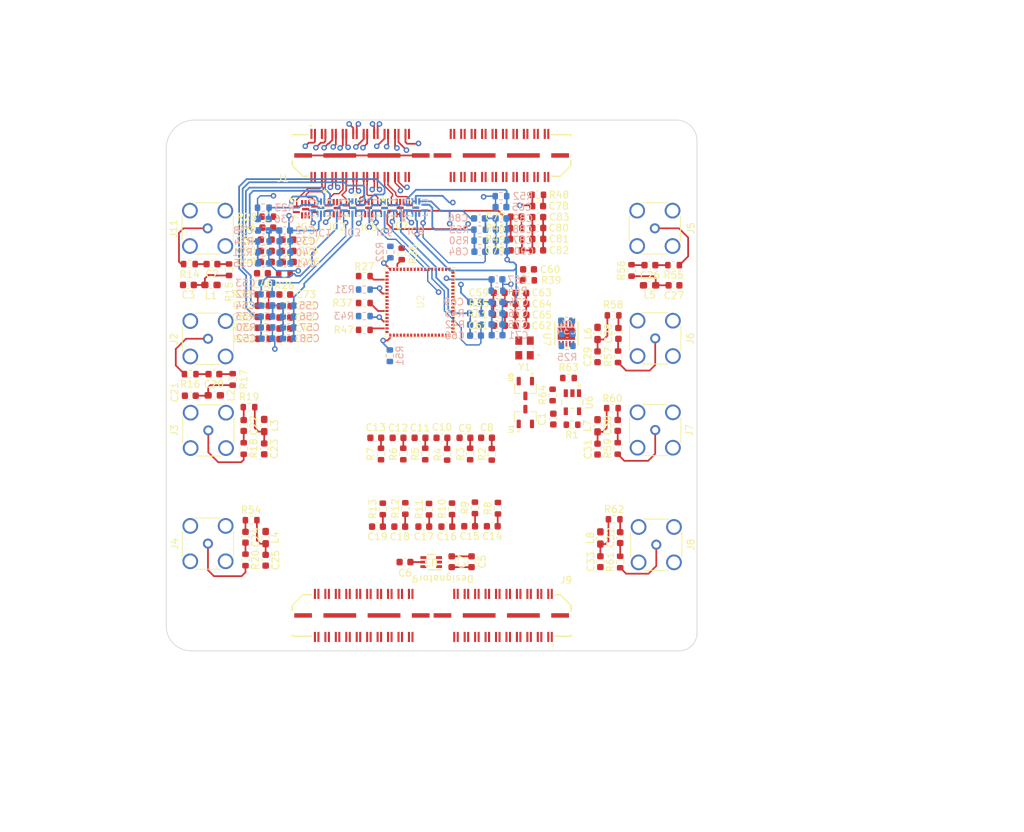
<source format=kicad_pcb>
(kicad_pcb (version 20240108) (generator "pcbnew") (generator_version "8.0")
  (layers (0 "F.Cu" signal) (1 "In1.Cu" signal) (2 "In2.Cu" signal) (31 "B.Cu" signal) (34 "B.Paste" user) (35 "F.Paste" user) (36 "B.SilkS" user "B.Silkscreen") (37 "F.SilkS" user "F.Silkscreen") (38 "B.Mask" user) (39 "F.Mask" user) (44 "Edge.Cuts" user))
  (net 0 "")
  (net 1 "Net-(U6-IN-)")
  (net 2 "/Phase_detection/OP_AMP_OUT")
  (net 3 "Net-(C2-Pad2)")
  (net 4 "/Pedestals/SIGNAL1")
  (net 5 "GND")
  (net 6 "Net-(C3-Pad1)")
  (net 7 "Net-(U7-SDI)")
  (net 8 "+1V2")
  (net 9 "+2V5")
  (net 10 "/Biases,Thresh/discthresh1_postrc")
  (net 11 "/Biases,Thresh/discthresh2_postrc")
  (net 12 "/Biases,Thresh/discthresh3_postrc")
  (net 13 "/Biases,Thresh/discthresh4_postrc")
  (net 14 "/Biases,Thresh/discthresh5_postrc")
  (net 15 "/Biases,Thresh/discthresh6_postrc")
  (net 16 "/Biases,Thresh/discthresh7_postrc")
  (net 17 "/Biases,Thresh/discthresh8_postrc")
  (net 18 "/Biases,Thresh/readbias1_postrc")
  (net 19 "/Biases,Thresh/readbias2_postrc")
  (net 20 "/Biases,Thresh/wbufbias_postrc")
  (net 21 "/Biases,Thresh/discbias_postrc")
  (net 22 "Net-(C20-Pad2)")
  (net 23 "/Pedestals/SIGNAL2")
  (net 24 "Net-(C21-Pad1)")
  (net 25 "Net-(C22-Pad2)")
  (net 26 "/Pedestals/SIGNAL3")
  (net 27 "Net-(C23-Pad1)")
  (net 28 "/Pedestals/SIGNAL4")
  (net 29 "Net-(C24-Pad2)")
  (net 30 "Net-(C25-Pad1)")
  (net 31 "/Pedestals/SIGNAL5")
  (net 32 "Net-(C26-Pad2)")
  (net 33 "Net-(C27-Pad1)")
  (net 34 "Net-(C28-Pad2)")
  (net 35 "/Pedestals/SIGNAL6")
  (net 36 "Net-(C29-Pad1)")
  (net 37 "/Pedestals/SIGNAL7")
  (net 38 "Net-(C30-Pad2)")
  (net 39 "Net-(C31-Pad1)")
  (net 40 "Net-(C32-Pad2)")
  (net 41 "/Pedestals/SIGNAL8")
  (net 42 "Net-(C33-Pad1)")
  (net 43 "Net-(U1-VOUT)")
  (net 44 "Net-(IC1--IN)")
  (net 45 "ADC2_Out-")
  (net 46 "Net-(IC1-+IN)")
  (net 47 "ADC2_Out+")
  (net 48 "/ADC_Buffer/V_OCM")
  (net 49 "/ADC_Buffer/VDD33")
  (net 50 "ADC3_Out-")
  (net 51 "Net-(IC2--IN)")
  (net 52 "Net-(IC2-+IN)")
  (net 53 "ADC3_Out+")
  (net 54 "Net-(IC3--IN)")
  (net 55 "ADC4_Out-")
  (net 56 "Net-(IC3-+IN)")
  (net 57 "ADC4_Out+")
  (net 58 "/ADC_Buffer2/V_OCM")
  (net 59 "/ADC_Buffer2/VDD33")
  (net 60 "ADC5_Out-")
  (net 61 "Net-(IC5--IN)")
  (net 62 "ADC5_Out+")
  (net 63 "Net-(IC5-+IN)")
  (net 64 "Net-(IC6--IN)")
  (net 65 "ADC6_Out-")
  (net 66 "Net-(IC6-+IN)")
  (net 67 "ADC6_Out+")
  (net 68 "ADC1_Out-")
  (net 69 "Net-(IC4--IN)")
  (net 70 "/ADC_Buffer3/V_OCM")
  (net 71 "Net-(IC4-+IN)")
  (net 72 "ADC1_Out+")
  (net 73 "/ADC_Buffer3/VDD33")
  (net 74 "ADC7_Out-")
  (net 75 "Net-(IC7--IN)")
  (net 76 "Net-(IC7-+IN)")
  (net 77 "ADC7_Out+")
  (net 78 "ADC8_Out-")
  (net 79 "Net-(IC8--IN)")
  (net 80 "ADC8_Out+")
  (net 81 "Net-(IC8-+IN)")
  (net 82 "POCI")
  (net 83 "TRIGGERIN")
  (net 84 "Disc_Thresh1")
  (net 85 "Disc_Thresh8")
  (net 86 "Disc_Thresh3")
  (net 87 "Disc_Thresh5")
  (net 89 "DISCBIAS")
  (net 92 "READBIAS2")
  (net 93 "rst")
  (net 94 "TRIGGEROUT")
  (net 95 "Disc_Thresh7")
  (net 96 "READBIAS1")
  (net 97 "WBUFBIAS")
  (net 98 "PSEC5_CLK_OUT")
  (net 99 "PICO")
  (net 100 "Disc_Thresh4")
  (net 101 "ReadClk")
  (net 102 "SPIclk")
  (net 104 "Disc_Thresh2")
  (net 105 "Disc_Thresh6")
  (net 106 "Net-(J2-In)")
  (net 107 "Net-(J3-In)")
  (net 108 "Net-(J4-In)")
  (net 109 "Net-(J5-In)")
  (net 110 "Net-(J6-In)")
  (net 111 "Net-(J7-In)")
  (net 112 "Net-(J8-In)")
  (net 115 "V_ped1")
  (net 119 "ADC_SDO")
  (net 122 "VDD33")
  (net 123 "SYNC_N")
  (net 125 "VDD")
  (net 126 "V_ped6")
  (net 128 "DAC_V_IN")
  (net 131 "VDD25")
  (net 132 "VDD18")
  (net 133 "DAC_SCLK")
  (net 134 "VDD50")
  (net 135 "V_ped4")
  (net 138 "V_ped2")
  (net 140 "ADC_SCK")
  (net 141 "V_ped7")
  (net 143 "ADC_CNV?")
  (net 148 "V_ped8")
  (net 150 "V_ped3")
  (net 151 "V_ped5")
  (net 153 "Net-(J11-In)")
  (net 154 "Net-(U5-U)")
  (net 155 "/ADC_Buffer/ADC2_In")
  (net 156 "/Phase_detection/To FPGA***")
  (net 157 "/ADC_Buffer/ADC3_In")
  (net 158 "/ADC_Buffer2/ADC4_In")
  (net 159 "/ADC_Buffer/ADC1_In")
  (net 160 "/ADC_Buffer2/ADC5_In")
  (net 161 "/ADC_Buffer3/ADC6_In")
  (net 162 "/ADC_Buffer3/ADC7_In")
  (net 163 "/ADC_Buffer3/ADC8_In")
  (net 164 "DAC_V_OUT")
  (net 165 "/Phase_detection/PSEC5_CLK_OUT")
  (net 166 "/Phase_detection/CLK_OUT")
  (footprint "Resistor_SMD:R_0603_1608Metric" (layer "F.Cu") (at 141.4272 67.7164 180)
    (property "Reference" "R26")
    (property "Value" "1000")
  )
  (footprint "Capacitor_SMD:C_0603_1608Metric" (layer "F.Cu") (at 186.7916 109.1184 -90)
    (property "Reference" "C33")
    (property "Value" "100n")
  )
  (footprint "Capacitor_SMD:C_0603_1608Metric" (layer "F.Cu") (at 189.2808 89.5604 -90)
    (property "Reference" "C30")
    (property "Value" "100n")
  )
  (footprint "Capacitor_SMD:C_0603_1608Metric" (layer "F.Cu") (at 168.293001 109.128799 -90)
    (property "Reference" "C5")
    (property "Value" "700n")
  )
  (footprint "Capacitor_SMD:C_0603_1608Metric" (layer "F.Cu") (at 138.8234 62.8904 180)
    (property "Reference" "C51")
    (property "Value" "1000pF")
  )
  (footprint "Resistor_SMD:R_0603_1608Metric" (layer "F.Cu") (at 188.5188 87.0712)
    (property "Reference" "R60")
    (property "Value" "50")
  )
  (footprint "LTC6409IUDB#TRMPBF:QFN-10_UDB_LIT" (layer "F.Cu") (at 144.4625 58.5343)
    (property "Reference" "IC4")
    (property "Value" "LTC6409IUDB#TRMPBF")
  )
  (footprint "Resistor_SMD:R_0603_1608Metric" (layer "F.Cu") (at 197.3072 66.548)
    (property "Reference" "R55")
    (property "Value" "50")
  )
  (footprint "Connector_Coaxial:SMA_Amphenol_132134-14_Vertical" (layer "F.Cu") (at 194.6656 77.0636 180)
    (property "Reference" "J6")
    (property "Value" "Conn_Coaxial")
  )
  (footprint "Capacitor_SMD:C_0603_1608Metric" (layer "F.Cu") (at 175.393299 73.694587)
    (property "Reference" "C65")
    (property "Value" "1000pF")
  )
  (footprint "Capacitor_SMD:C_0603_1608Metric" (layer "F.Cu") (at 174.6882 64.4266)
    (property "Reference" "C79")
    (property "Value" "0.1u")
  )
  (footprint "Capacitor_SMD:C_0603_1608Metric" (layer "F.Cu") (at 180.0352 88.646 -90)
    (property "Reference" "C1")
    (property "Value" "C")
  )
  (footprint "Capacitor_SMD:C_0603_1608Metric" (layer "F.Cu") (at 141.478 74.0664)
    (property "Reference" "C72")
    (property "Value" "1000pF")
  )
  (footprint "Capacitor_SMD:C_0603_1608Metric" (layer "F.Cu") (at 177.8 64.4266)
    (property "Reference" "C82")
    (property "Value" "0.1uF")
  )
  (footprint "Capacitor_SMD:C_0603_1608Metric" (layer "F.Cu") (at 131.0262 66.3956 180)
    (property "Reference" "C2")
    (property "Value" "100n")
  )
  (footprint "Resistor_SMD:R_0603_1608Metric" (layer "F.Cu") (at 136.652 103.1618 180)
    (property "Reference" "R54")
    (property "Value" "50")
  )
  (footprint "footprints_2:CP_10_9_ADI" (layer "F.Cu") (at 181.9148 76.3885 -90)
    (property "Reference" "U7")
    (property "Value" "AD4008BCPZ-RL7")
  )
  (footprint "Capacitor_SMD:C_0603_1608Metric" (layer "F.Cu") (at 177.8 59.6514)
    (property "Reference" "C83")
    (property "Value" "1000pF")
  )
  (footprint "Capacitor_SMD:C_0603_1608Metric" (layer "F.Cu") (at 138.2776 67.7164 180)
    (property "Reference" "C48")
    (property "Value" "1000pF")
  )
  (footprint "Resistor_SMD:R_0603_1608Metric" (layer "F.Cu") (at 152.908 71.9836)
    (property "Reference" "R37")
    (property "Value" "1000")
  )
  (footprint "Capacitor_SMD:C_0603_1608Metric" (layer "F.Cu") (at 172.2628 70.5104 180)
    (property "Reference" "C59")
    (property "Value" "1.3pF")
  )
  (footprint "Resistor_SMD:R_0603_1608Metric" (layer "F.Cu") (at 152.908 75.8444)
    (property "Reference" "R47")
    (property "Value" "1000")
  )
  (footprint "Resistor_SMD:R_0603_1608Metric" (layer "F.Cu") (at 182.2196 82.7532 180)
    (property "Reference" "R63")
    (property "Value" "2k")
  )
  (footprint "Resistor_SMD:R_0603_1608Metric" (layer "F.Cu") (at 155.5496 101.5492 90)
    (property "Reference" "R13")
    (property "Value" "R_US")
  )
  (footprint "Resistor_SMD:R_0603_1608Metric" (layer "F.Cu") (at 171.196 93.7138 -90)
    (property "Reference" "R2")
    (property "Value" "R_US")
  )
  (footprint "Capacitor_SMD:C_0603_1608Metric" (layer "F.Cu") (at 141.5288 72.4408)
    (property "Reference" "C43")
    (property "Value" "0.1uF")
  )
  (footprint "Capacitor_SMD:C_0603_1608Metric" (layer "F.Cu") (at 154.7876 104.0892 180)
    (property "Reference" "C19")
    (property "Value" "C")
  )
  (footprint "MCP1700T_1802E:SOT95P237X112-3N" (layer "F.Cu") (at 176.022 88.2836 90)
    (property "Reference" "U1")
    (property "Value" "MCP1700T-1802E_TT")
  )
  (footprint "U2:PSEC5_DIE" (layer "F.Cu") (at 165.8852 66.8804 180)
    (property "Reference" "U2")
    (property "Value" "~")
  )
  (footprint "Capacitor_SMD:C_0603_1608Metric" (layer "F.Cu") (at 164.0464 91.3384 180)
    (property "Reference" "C10")
    (property "Value" "C")
  )
  (footprint "Capacitor_SMD:C_0603_1608Metric" (layer "F.Cu") (at 154.5468 91.3384 180)
    (property "Reference" "C13")
    (property "Value" "C")
  )
  (footprint "Capacitor_SMD:C_0603_1608Metric" (layer "F.Cu") (at 141.478 70.7644)
    (property "Reference" "C73")
    (property "Value" "0.1uF")
  )
  (footprint "Capacitor_SMD:C_0603_1608Metric" (layer "F.Cu") (at 175.393299 72.119787)
    (property "Reference" "C64")
    (property "Value" "0.1uF")
  )
  (footprint "Resistor_SMD:R_0603_1608Metric" (layer "F.Cu") (at 135.5852 92.8754 -90)
    (property "Reference" "R18")
    (property "Value" "50")
  )
  (footprint "Inductor_SMD:L_0603_1608Metric_Pad1.05x0.95mm_HandSolder" (layer "F.Cu") (at 131.3574 85.2424)
    (property "Reference" "L2")
    (property "Value" "10u")
  )
  (footprint "Capacitor_SMD:C_0603_1608Metric" (layer "F.Cu") (at 127.9152 85.2932 180)
    (property "Reference" "C21")
    (property "Value" "100n")
  )
  (footprint "Inductor_SMD:L_0603_1608Metric_Pad1.05x0.95mm_HandSolder" (layer "F.Cu") (at 186.7916 105.7148 90)
    (property "Reference" "L8")
    (property "Value" "10u")
  )
  (footprint "Resistor_SMD:R_0603_1608Metric" (layer "F.Cu") (at 189.6364 109.1692 -90)
    (property "Reference" "R61")
    (property "Value" "50")
  )
  (footprint "Capacitor_SMD:C_0603_1608Metric" (layer "F.Cu") (at 157.988 104.0892 180)
    (property "Reference" "C18")
    (property "Value" "C")
  )
  (footprint "footprints:DCK0006A_N" (layer "F.Cu") (at 162.501801 109.179599 180)
    (property "Reference" "U3")
    (property "Value" "DAC8411IDCKT")
  )
  (footprint "Capacitor_SMD:C_0603_1608Metric" (layer "F.Cu") (at 138.385301 73.981013 180)
    (property "Reference" "C68")
    (property "Value" "1.3pF")
  )
  (footprint "Resistor_SMD:R_0603_1608Metric" (layer "F.Cu") (at 168.0972 93.663 -90)
    (property "Reference" "R3")
    (property "Value" "R_US")
  )
  (footprint "Capacitor_SMD:C_0603_1608Metric" (layer "F.Cu") (at 186.3852 79.7052 -90)
    (property "Reference" "C29")
    (property "Value" "100n")
  )
  (footprint "Capacitor_SMD:C_0603_1608Metric" (layer "F.Cu") (at 177.813 62.7888)
    (property "Reference" "C81")
    (property "Value" "0.1uF")
  )
  (footprint "Capacitor_SMD:C_0603_1608Metric" (layer "F.Cu") (at 193.9036 66.548)
    (property "Reference" "C26")
    (property "Value" "100n")
  )
  (footprint "Resistor_SMD:R_0603_1608Metric" (layer "F.Cu") (at 127.788 66.3956 180)
    (property "Reference" "R14")
    (property "Value" "50")
  )
  (footprint "Capacitor_SMD:C_0603_1608Metric" (layer "F.Cu") (at 189.3824 76.3524 -90)
    (property "Reference" "C28")
    (property "Value" "100n")
  )
  (footprint "ASE2_40_000MHZ_E_T:XTAL_ASE2-40.000MHZ-ET" (layer "F.Cu") (at 175.8994 78.4352 180)
    (property "Reference" "Y1")
    (property "Value" "ASE2-40.000MHZ-ET")
  )
  (footprint "MCP1700T_1802E:SOT95P237X112-3N" (layer "F.Cu") (at 176.022 84.2598 -90)
    (property "Reference" "U5")
    (property "Value" "MC100LVEL")
  )
  (footprint "Connector_Coaxial:SMA_Amphenol_132134-14_Vertical" (layer "F.Cu") (at 130.4036 61.2648 -90)
    (property "Reference" "J11")
    (property "Value" "Conn_Coaxial")
  )
  (footprint "Connector_Coaxial:SMA_Amphenol_132134-14_Vertical" (layer "F.Cu") (at 194.6148 61.2648 180)
    (property "Reference" "J5")
    (property "Value" "Conn_Coaxial")
  )
  (footprint "Capacitor_SMD:C_0603_1608Metric" (layer "F.Cu") (at 160.8968 91.3384 180)
    (property "Reference" "C11")
    (property "Value" "C")
  )
  (footprint "Resistor_SMD:R_0603_1608Metric" (layer "F.Cu") (at 174.6882 61.2262)
    (property "Reference" "R46")
    (property "Value" "1000")
  )
  (footprint "Inductor_SMD:L_0603_1608Metric_Pad1.05x0.95mm_HandSolder" (layer "F.Cu") (at 186.3852 76.3524 90)
    (property "Reference" "L6")
    (property "Value" "10u")
  )
  (footprint "Capacitor_SMD:C_0603_1608Metric" (layer "F.Cu") (at 138.7348 108.9152 -90)
    (property "Reference" "C25")
    (property "Value" "100n")
  )
  (footprint "QTH-040-01-X-D-DP-A:SAMTEC_QTH-040-01-X-D-DP-A" (layer "F.Cu") (at 162.56 50.8)
    (property "Reference" "J1")
    (property "Value" "QTH-040-01-X-D-DP-A")
  )
  (footprint "Resistor_SMD:R_0603_1608Metric" (layer "F.Cu") (at 172.2628 73.66)
    (property "Reference" "R41")
    (property "Value" "1000")
  )
  (footprint "Capacitor_SMD:C_0603_1608Metric" (layer "F.Cu") (at 138.8364 64.516 180)
    (property "Reference" "C50")
    (property "Value" "0.1uF")
  )
  (footprint "Capacitor_SMD:C_0603_1608Metric" (layer "F.Cu") (at 141.986 66.0908)
    (property "Reference" "C45")
    (property "Value" "1.3pF")
  )
  (footprint "Resistor_SMD:R_0603_1608Metric" (layer "F.Cu") (at 168.7836 101.3968 90)
    (property "Reference" "R9")
    (property "Value" "R_US")
  )
  (footprint "Resistor_SMD:R_0603_1608Metric" (layer "F.Cu") (at 158.7878 101.4862 90)
    (property "Reference" "R12")
    (property "Value" "R_US")
  )
  (footprint "Connector_Coaxial:SMA_Amphenol_132134-14_Vertical" (layer "F.Cu") (at 130.5052 90.2716)
    (property "Reference" "J3")
    (property "Value" "Conn_Coaxial")
  )
  (footprint "Resistor_SMD:R_0603_1608Metric" (layer "F.Cu") (at 135.8392 108.8644 -90)
    (property "Reference" "R20")
    (property "Value" "R_US")
  )
  (footprint "Resistor_SMD:R_0603_1608Metric" (layer "F.Cu") (at 138.3792 70.7644 180)
    (property "Reference" "R38")
    (property "Value" "1000")
  )
  (footprint "Resistor_SMD:R_0603_1608Metric" (layer "F.Cu") (at 177.8 56.451 180)
    (property "Reference" "R48")
    (property "Value" "1000")
  )
  (footprint "Resistor_SMD:R_0603_1608Metric" (layer "F.Cu") (at 162.1914 101.5878 90)
    (property "Reference" "R11")
    (property "Value" "R_US")
  )
  (footprint "Capacitor_SMD:C_0603_1608Metric" (layer "F.Cu") (at 176.4792 67.1576 180)
    (property "Reference" "C60")
    (property "Value" "1.3pF")
  )
  (footprint "Resistor_SMD:R_0603_1608Metric" (layer "F.Cu") (at 141.9352 64.516 180)
    (property "Reference" "R29")
    (property "Value" "1000")
  )
  (footprint "Capacitor_SMD:C_0603_1608Metric" (layer "F.Cu") (at 165.448201 109.128799 -90)
    (property "Reference" "C7")
    (property "Value" "100n")
  )
  (footprint "Capacitor_SMD:C_0603_1608Metric" (layer "F.Cu") (at 168.0216 104.0384 180)
    (property "Reference" "C15")
    (property "Value" "C")
  )
  (footprint "Connector_Coaxial:SMA_Amphenol_132134-14_Vertical" (layer "F.Cu") (at 194.818 106.68 180)
    (property "Reference" "J8")
    (property "Value" "Conn_Coaxial")
  )
  (footprint "Resistor_SMD:R_0603_1608Metric" (layer "F.Cu") (at 189.3316 79.7052 -90)
    (property "Reference" "R57")
    (property "Value" "50")
  )
  (footprint "Capacitor_SMD:C_0603_1608Metric" (layer "F.Cu") (at 175.3616 70.5612)
    (property "Reference" "C63")
    (property "Value" "0.1uF")
  )
  (footprint "Capacitor_SMD:C_0603_1608Metric" (layer "F.Cu") (at 172.3136 75.2348)
    (property "Reference" "C61")
    (property "Value" "0.1u")
  )
  (footprint "Capacitor_SMD:C_0603_1608Metric" (layer "F.Cu") (at 186.3852 92.964 -90)
    (property "Reference" "C31")
    (property "Value" "100n")
  )
  (footprint "Resistor_SMD:R_0603_1608Metric" (layer "F.Cu") (at 188.6204 73.7616)
    (property "Reference" "R58")
    (property "Value" "50")
  )
  (footprint "Capacitor_SMD:C_0603_1608Metric" (layer "F.Cu") (at 138.8364 66.0908 180)
    (property "Reference" "C49")
    (property "Value" "0.1uF")
  )
  (footprint "Resistor_SMD:R_0603_1608Metric" (layer "F.Cu") (at 164.7952 93.7138 -90)
    (property "Reference" "R4")
    (property "Value" "R_US")
  )
  (footprint "Capacitor_SMD:C_0603_1608Metric" (layer "F.Cu") (at 170.4472 91.3384 180)
    (property "Reference" "C8")
    (property "Value" "C")
  )
  (footprint "Capacitor_SMD:C_0603_1608Metric" (layer "F.Cu") (at 158.742601 109.179599)
    (property "Reference" "C6")
    (property "Value" "400n")
  )
  (footprint "Resistor_SMD:R_0603_1608Metric" (layer "F.Cu") (at 174.7012 62.801)
    (property "Reference" "R49")
    (property "Value" "1000")
  )
  (footprint "LTC6409IUDB#TRMPBF:QFN-10_UDB_LIT" (layer "F.Cu") (at 153.5176 58.343902)
    (property "Reference" "IC5")
    (property "Value" "LTC6409IUDB#TRMPBF")
  )
  (footprint "Capacitor_SMD:C_0603_1608Metric" (layer "F.Cu") (at 189.6364 105.664 -90)
    (property "Reference" "C32")
    (property "Value" "100n")
  )
  (footprint "Connector_Coaxial:SMA_Amphenol_132134-14_Vertical" (layer "F.Cu") (at 130.4544 77.1144)
    (property "Reference" "J2")
    (property "Value" "Conn_Coaxial")
  )
  (footprint "Capacitor_SMD:C_0603_1608Metric" (layer "F.Cu") (at 141.478 75.6412)
    (property "Reference" "C44")
    (property "Value" "1000pF")
  )
  (footprint "Capacitor_SMD:C_0603_1608Metric" (layer "F.Cu") (at 157.7472 91.3384 180)
    (property "Reference" "C12")
    (property "Value" "C")
  )
  (footprint "Capacitor_SMD:C_0603_1608Metric" (layer "F.Cu") (at 174.6882 59.6006 180)
    (property "Reference" "C77")
    (property "Value" "1.3pF")
  )
  (footprint "Capacitor_SMD:C_0603_1608Metric" (layer "F.Cu") (at 175.4124 75.2348)
    (property "Reference" "C62")
    (property "Value" "1000pF")
  )
  (footprint "Inductor_SMD:L_0603_1608Metric_Pad1.05x0.95mm_HandSolder" (layer "F.Cu") (at 130.8868 69.3928)
    (property "Reference" "L1")
    (property "Value" "10u")
  )
  (footprint "Capacitor_SMD:C_0603_1608Metric" (layer "F.Cu") (at 138.3792 72.39)
    (property "Reference" "C70")
    (property "Value" "1.3pF")
  )
  (footprint "Resistor_SMD:R_0603_1608Metric" (layer "F.Cu") (at 165.4934 101.537 90)
    (property "Reference" "R10")
    (property "Value" "R_US")
  )
  (footprint "Resistor_SMD:R_0603_1608Metric" (layer "F.Cu") (at 176.4792 68.7324)
    (property "Reference" "R39")
    (property "Value" "1000")
  )
  (footprint "Capacitor_SMD:C_0603_1608Metric" (layer "F.Cu") (at 164.7444 104.0892 180)
    (property "Reference" "C16")
    (property "Value" "C")
  )
  (footprint "Resistor_SMD:R_0603_1608Metric" (layer "F.Cu") (at 188.7728 103.0338)
    (property "Reference" "R62")
    (property "Value" "50")
  )
  (footprint "Resistor_SMD:R_0603_1608Metric" (layer "F.Cu") (at 161.6456 93.663 -90)
    (property "Reference" "R5")
    (property "Value" "R_US")
  )
  (footprint "Inductor_SMD:L_0603_1608Metric_Pad1.05x0.95mm_HandSolder" (layer "F.Cu") (at 138.7348 105.664 90)
    (property "Reference" "L4")
    (property "Value" "10u")
  )
  (footprint "Resistor_SMD:R_0603_1608Metric" (layer "F.Cu") (at 191.262 67.31 90)
    (property "Reference" "R56")
    (property "Value" "50")
  )
  (footprint "LTC6409IUDB#TRMPBF:QFN-10_UDB_LIT" (layer "F.Cu") (at 158.046801 58.343902)
    (property "Reference" "IC7")
    (property "Value" "LTC6409IUDB#TRMPBF")
  )
  (footprint "Capacitor_SMD:C_0603_1608Metric" (layer "F.Cu") (at 161.4424 104.0892 180)
    (property "Reference" "C17")
    (property "Value" "C")
  )
  (footprint "Resistor_SMD:R_0603_1608Metric" (layer "F.Cu") (at 179.9336 85.1916 -90)
    (property "Reference" "R64")
    (property "Value" "2k")
  )
  (footprint "Resistor_SMD:R_0603_1608Metric" (layer "F.Cu") (at 158.2688 64.9356 -90)
    (property "Reference" "R36")
    (property "Value" "1000")
  )
  (footprint "Capacitor_SMD:C_0603_1608Metric" (layer "F.Cu") (at 177.813 61.214)
    (property "Reference" "C80")
    (property "Value" "1000pF")
  )
  (footprint "Capacitor_SMD:C_0603_1608Metric" (layer "F.Cu") (at 139.0396 61.1632 180)
    (property "Reference" "C46")
    (property "Value" "1.3pF")
  )
  (footprint "Resistor_SMD:R_0603_1608Metric" (layer "F.Cu") (at 139.0396 59.5884)
    (property "Reference" "R28")
    (property "Value" "1000")
  )
  (footprint "Resistor_SMD:R_0603_1608Metric" (layer "F.Cu") (at 133.9998 82.9564 90)
    (property "Reference" "R17")
    (property "Value" "50")
  )
  (footprint "Resistor_SMD:R_0603_1608Metric" (layer "F.Cu") (at 155.2956 93.663 -90)
    (property "Reference" "R7")
    (property "Value" "R_US")
  )
  (footprint "Inductor_SMD:L_0603_1608Metric_Pad1.05x0.95mm_HandSolder" (layer "F.Cu") (at 186.3852 89.6112 90)
    (property "Reference" "L7")
    (property "Value" "10u")
  )
  (footprint "Connector_Coaxial:SMA_Amphenol_132134-14_Vertical" (layer "F.Cu") (at 130.4544 106.5276)
    (property "Reference" "J4")
    (property "Value" "Conn_Coaxial")
  )
  (footprint "Capacitor_SMD:C_0603_1608Metric" (layer "F.Cu") (at 141.9352 62.8904 180)
    (property "Reference" "C47")
    (property "Value" "0.1u")
  )
  (footprint "Capacitor_SMD:C_0603_1608Metric" (layer "F.Cu") (at 167.3484 91.3384 180)
    (property "Reference" "C9")
    (property "Value" "C")
  )
  (footprint "Capacitor_SMD:C_0603_1608Metric" (layer "F.Cu") (at 197.358 69.4436)
    (property "Reference" "C27")
    (property "Value" "100n")
  )
  (footprint "Capacitor_SMD:C_0603_1608Metric" (layer "F.Cu") (at 135.5852 89.5734 -90)
    (property "Reference" "C22")
    (property "Value" "100n")
  )
  (footprint "Capacitor_SMD:C_0603_1608Metric" (layer "F.Cu") (at 141.478 77.1652 180)
    (property "Reference" "C37")
    (property "Value" "0.1u")
  )
  (footprint "Resistor_SMD:R_0603_1608Metric" (layer "F.Cu") (at 138.43 77.130613)
    (property "Reference" "R40")
    (property "Value" "1000")
  )
  (footprint "Resistor_SMD:R_0603_1608Metric" (layer "F.Cu") (at 158.496 93.663 -90)
    (property "Reference" "R6")
    (property "Value" "R_US")
  )
  (footprint "Resistor_SMD:R_0603_1608Metric" (layer "F.Cu") (at 127.903 82.1944 180)
    (property "Reference" "R16")
    (property "Value" "50")
  )
  (footprint "Resistor_SMD:R_0603_1608Metric" (layer "F.Cu") (at 133.4776 67.2084 90)
    (property "Reference" "R15")
    (property "Value" "50")
  )
  (footprint "Capacitor_SMD:C_0603_1608Metric" (layer "F.Cu") (at 138.5316 92.9262 -90)
    (property "Reference" "C23")
    (property "Value" "100n")
  )
  (footprint "Inductor_SMD:L_0603_1608Metric_Pad1.05x0.95mm_HandSolder" (layer "F.Cu") (at 193.8528 69.4436 180)
    (property "Reference" "L5")
    (property "Value" "10u")
  )
  (footprint "Capacitor_SMD:C_0603_1608Metric" (layer "F.Cu") (at 171.2728 104.0384 180)
    (property "Reference" "C14")
    (property "Value" "C")
  )
  (footprint "Capacitor_SMD:C_0603_1608Metric" (layer "F.Cu") (at 135.8392 105.6132 -90)
    (property "Reference" "C24")
    (property "Value" "100n")
  )
  (footprint "Capacitor_SMD:C_0603_1608Metric" (layer "F.Cu") (at 127.6486 69.3928 180)
    (property "Reference" "C3")
    (property "Value" "100n")
  )
  (footprint "footprints_6:DBV0005A-MFG" (layer "F.Cu") (at 182.7784 86.226201 -90)
    (property "Reference" "U6")
    (property "Value" "OPA607QDBVRQ1")
  )
  (footprint "Resistor_SMD:R_0603_1608Metric" (layer "F.Cu") (at 152.908 68.1228)
    (property "Reference" "R27")
    (property "Value" "1000")
  )
  (footprint "Resistor_SMD:R_0603_1608Metric" (layer "F.Cu") (at 189.2808 92.8624 -90)
    (property "Reference" "R59")
    (property "Value" "50")
  )
  (footprint "Resistor_SMD:R_0603_1608Metric" (layer "F.Cu") (at 138.385301 75.542813)
    (property "Reference" "R34")
    (property "Value" "1000")
  )
  (footprint "Resistor_SMD:R_0603_1608Metric" (layer "F.Cu") (at 136.3472 86.9318 180)
    (property "Reference" "R19")
    (property "Value" "50")
  )
  (footprint "Resistor_SMD:R_0603_1608Metric" (layer "F.Cu") (at 172.0856 101.4476 90)
    (property "Reference" "R8")
    (property "Value" "R_US")
  )
  (footprint "Inductor_SMD:L_0603_1608Metric_Pad1.05x0.95mm_HandSolder" (layer "F.Cu") (at 138.5316 89.5734 90)
    (property "Reference" "L3")
    (property "Value" "10u")
  )
  (footprint "LTC6409IUDB#TRMPBF:QFN-10_UDB_LIT" (layer "F.Cu") (at 149.008389 58.375601)
    (property "Reference" "IC2")
    (property "Value" "LTC6409IUDB#TRMPBF")
  )
  (footprint "Capacitor_SMD:C_0603_1608Metric" (layer "F.Cu") (at 177.787 58.0766)
    (property "Reference" "C78")
    (property "Value" "1.3pF")
  )
  (footprint "Capacitor_SMD:C_0603_1608Metric" (layer "F.Cu") (at 131.3074 82.1944 180)
    (property "Reference" "C20")
    (property "Value" "100n")
  )
  (footprint "Resistor_SMD:R_0603_1608Metric" (layer "F.Cu") (at 172.2628 72.0852)
    (property "Reference" "R35")
    (property "Value" "1000")
  )
  (footprint "Resistor_SMD:R_0603_1608Metric" (layer "F.Cu") (at 182.7276 89.4588)
    (property "Reference" "R1")
    (property "Value" "R_US")
  )
  (footprint "Connector_Coaxial:SMA_Amphenol_132134-14_Vertical" (layer "F.Cu") (at 194.6656 90.2208 180)
    (property "Reference" "J7")
    (property "Value" "Conn_Coaxial")
  )
  (footprint "QTH-040-01-X-D-DP-A:SAMTEC_QTH-040-01-X-D-DP-A" (layer "F.Cu") (at 162.56 116.84 180)
    (property "Reference" "J9")
    (property "Value" "QTH-040-01-X-D-DP-A")
  )
  (footprint "Capacitor_SMD:C_0603_1608Metric" (layer "B.Cu") (at 141.993299 73.930213)
    (property "Reference" "C56")
    (property "Value" "0.1uF")
  )
  (footprint "Capacitor_SMD:C_0603_1608Metric" (layer "B.Cu") (at 141.993299 72.355413)
    (property "Reference" "C55")
    (property "Value" "1000pF")
  )
  (footprint "Resistor_SMD:R_0603_1608Metric" (layer "B.Cu") (at 138.398699 63.1444)
    (property "Reference" "R24")
    (property "Value" "1000")
  )
  (footprint "Capacitor_SMD:C_0603_1608Metric" (layer "B.Cu") (at 171.964501 76.609288)
    (property "Reference" "C71")
    (property "Value" "1000pF")
  )
  (footprint "Capacitor_SMD:C_0603_1608Metric" (layer "B.Cu") (at 138.8872 69.088)
    (property "Reference" "C53")
    (property "Value" "1.3pF")
  )
  (footprint "Capacitor_SMD:C_0603_1608Metric" (layer "B.Cu") (at 168.865701 76.660088 180)
    (property "Reference" "C66")
    (property "Value" "1.3pF")
  )
  (footprint "Capacitor_SMD:C_0603_1608Metric" (layer "B.Cu") (at 138.4178 61.5696)
    (property "Reference" "C38")
    (property "Value" "0.1u")
  )
  (footprint "LTC6409IUDB#TRMPBF:QFN-10_UDB_LIT" (layer "B.Cu") (at 155.814751 58.324801)
    (property "Reference" "IC6")
    (property "Value" "LTC6409IUDB#TRMPBF")
  )
  (footprint "Capacitor_SMD:C_0603_1608Metric" (layer "B.Cu") (at 142.0124 75.4888)
    (property "Reference" "C57")
    (property "Value" "0.1uF")
  )
  (footprint "Capacitor_SMD:C_0603_1608Metric" (layer "B.Cu") (at 172.5558 61.4172)
    (property "Reference" "C88")
    (property "Value" "0.1uF")
  )
  (footprint "Capacitor_SMD:C_0603_1608Metric" (layer "B.Cu") (at 181.945999 74.5343)
    (property "Reference" "C34")
    (property "Value" "C")
  )
  (footprint "Resistor_SMD:R_0603_1608Metric" (layer "B.Cu") (at 138.396188 58.292194)
    (property "Reference" "R23")
    (property "Value" "1000")
  )
  (footprint "Resistor_SMD:R_0603_1608Metric" (layer "B.Cu") (at 171.950901 70.221688 180)
    (property "Reference" "R44")
    (property "Value" "1000")
  )
  (footprint "Capacitor_SMD:C_0603_1608Metric" (layer "B.Cu") (at 138.9136 72.3392)
    (property "Reference" "C54")
    (property "Value" "0.1u")
  )
  (footprint "Capacitor_SMD:C_0603_1608Metric" (layer "B.Cu") (at 171.941012 75.050701)
    (property "Reference" "C75")
    (property "Value" "0.1uF")
  )
  (footprint "Capacitor_SMD:C_0603_1608Metric" (layer "B.Cu") (at 172.5298 59.8424)
    (property "Reference" "C89")
    (property "Value" "0.1uF")
  )
  (footprint "Resistor_SMD:R_0603_1608Metric" (layer "B.Cu") (at 152.908 73.8632)
    (property "Reference" "R43")
    (property "Value" "1000")
  )
  (footprint "Capacitor_SMD:C_0603_1608Metric" (layer "B.Cu") (at 172.518 58.2168 180)
    (property "Reference" "C85")
    (property "Value" "1.3pF")
  )
  (footprint "Resistor_SMD:R_0603_1608Metric" (layer "B.Cu") (at 168.865701 73.459688)
    (property "Reference" "R45")
    (property "Value" "1000")
  )
  (footprint "Capacitor_SMD:C_0603_1608Metric" (layer "B.Cu") (at 138.4178 66.294 180)
    (property "Reference" "C35")
    (property "Value" "1.3pF")
  )
  (footprint "Resistor_SMD:R_0603_1608Metric" (layer "B.Cu") (at 156.6432 64.6684 -90)
    (property "Reference" "R22")
    (property "Value" "1000")
  )
  (footprint "Resistor_SMD:R_0603_1608Metric" (layer "B.Cu") (at 156.5656 79.5528 90)
    (property "Reference" "R51")
    (property "Value" "1000")
  )
  (footprint "Resistor_SMD:R_0603_1608Metric" (layer "B.Cu") (at 169.4628 61.4558)
    (property "Reference" "R53")
    (property "Value" "1000")
  )
  (footprint "Capacitor_SMD:C_0603_1608Metric" (layer "B.Cu") (at 138.3922 59.924195 180)
    (property "Reference" "C36")
    (property "Value" "1.3pF")
  )
  (footprint "LTC6409IUDB#TRMPBF:QFN-10_UDB_LIT" (layer "B.Cu") (at 151.192789 58.286803)
    (property "Reference" "IC3")
    (property "Value" "LTC6409IUDB#TRMPBF")
  )
  (footprint "Capacitor_SMD:C_0603_1608Metric" (layer "B.Cu") (at 169.431 59.8424)
    (property "Reference" "C86")
    (property "Value" "0.1u")
  )
  (footprint "Capacitor_SMD:C_0603_1608Metric" (layer "B.Cu") (at 171.950901 68.596088)
    (property "Reference" "C67")
    (property "Value" "1.3pF")
  )
  (footprint "Capacitor_SMD:C_0603_1608Metric" (layer "B.Cu") (at 169.4818 64.6176 180)
    (property "Reference" "C84")
    (property "Value" "1.3pF")
  )
  (footprint "Capacitor_SMD:C_0603_1608Metric" (layer "B.Cu") (at 182.024199 76.4139 180)
    (property "Reference" "C4")
    (property "Value" "0.1 uf")
  )
  (footprint "Capacitor_SMD:C_0603_1608Metric" (layer "B.Cu") (at 141.497499 63.109813)
    (property "Reference" "C39")
    (property "Value" "1000pF")
  )
  (footprint "Capacitor_SMD:C_0603_1608Metric" (layer "B.Cu") (at 141.497499 64.741814)
    (property "Reference" "C40")
    (property "Value" "0.1uF")
  )
  (footprint "Capacitor_SMD:C_0603_1608Metric" (layer "B.Cu") (at 142.0124 77.0636)
    (property "Reference" "C58")
    (property "Value" "1000pF")
  )
  (footprint "Resistor_SMD:R_0603_1608Metric" (layer "B.Cu") (at 182.024199 78.1411 180)
    (property "Reference" "R25")
    (property "Value" "R_US")
  )
  (footprint "Capacitor_SMD:C_0603_1608Metric" (layer "B.Cu") (at 168.8714 71.834088)
    (property "Reference" "C69")
    (property "Value" "0.1u")
  )
  (footprint "Capacitor_SMD:C_0603_1608Metric" (layer "B.Cu") (at 141.5166 66.294)
    (property "Reference" "C41")
    (property "Value" "0.1uF")
  )
  (footprint "Resistor_SMD:R_0603_1608Metric" (layer "B.Cu") (at 138.9136 73.914)
    (property "Reference" "R33")
    (property "Value" "1000")
  )
  (footprint "LTC6409IUDB#TRMPBF:QFN-10_UDB_LIT" (layer "B.Cu") (at 160.285989 58.274001)
    (property "Reference" "IC8")
    (property "Value" "LTC6409IUDB#TRMPBF")
  )
  (footprint "Capacitor_SMD:C_0603_1608Metric" (layer "B.Cu") (at 172.5558 62.992)
    (property "Reference" "C87")
    (property "Value" "1000pF")
  )
  (footprint "Capacitor_SMD:C_0603_1608Metric" (layer "B.Cu") (at 138.929813 77.082701 180)
    (property "Reference" "C52")
    (property "Value" "1.3pF")
  )
  (footprint "Capacitor_SMD:C_0603_1608Metric" (layer "B.Cu") (at 168.865701 75.085288)
    (property "Reference" "R42")
    (property "Value" "1000")
  )
  (footprint "Resistor_SMD:R_0603_1608Metric" (layer "B.Cu") (at 138.9258 75.4888)
    (property "Reference" "R30")
    (property "Value" "1000")
  )
  (footprint "LTC6409IUDB#TRMPBF:QFN-10_UDB_LIT" (layer "B.Cu") (at 146.667601 58.293102)
    (property "Reference" "IC1")
    (property "Value" "LTC6409IUDB#TRMPBF")
  )
  (footprint "Resistor_SMD:R_0603_1608Metric" (layer "B.Cu") (at 138.8872 70.7136 180)
    (property "Reference" "R32")
    (property "Value" "1000")
  )
  (footprint "Capacitor_SMD:C_0603_1608Metric" (layer "B.Cu") (at 171.945 71.834088)
    (property "Reference" "C74")
    (property "Value" "0.1uF")
  )
  (footprint "Resistor_SMD:R_0603_1608Metric" (layer "B.Cu") (at 152.908 70.0532)
    (property "Reference" "R31")
    (property "Value" "1000")
  )
  (footprint "Capacitor_SMD:C_0603_1608Metric" (layer "B.Cu") (at 172.5806 64.5668)
    (property "Reference" "C90")
    (property "Value" "1000pF")
  )
  (footprint "Capacitor_SMD:C_0603_1608Metric" (layer "B.Cu") (at 171.945 73.4568)
    (property "Reference" "C76")
    (property "Value" "1000pF")
  )
  (footprint "Capacitor_SMD:C_0603_1608Metric" (layer "B.Cu") (at 141.4658 61.5696)
    (property "Reference" "C42")
    (property "Value" "1000pF")
  )
  (footprint "Resistor_SMD:R_0603_1608Metric" (layer "B.Cu") (at 138.4178 64.7192)
    (property "Reference" "R21")
    (property "Value" "1000")
  )
  (footprint "Resistor_SMD:R_0603_1608Metric" (layer "B.Cu") (at 169.481 63.0306)
    (property "Reference" "R50")
    (property "Value" "1000")
  )
  (footprint "Resistor_SMD:R_0603_1608Metric" (layer "B.Cu") (at 172.518 56.642)
    (property "Reference" "R52")
    (property "Value" "1000")
  )
  (gr_line (start 124.46 118.364) (end 124.46 49.784) (stroke (width 0.1)) (layer "Edge.Cuts"))
  (gr_line (start 200.66 48.6664) (end 200.66 119.38) (stroke (width 0.1)) (layer "Edge.Cuts"))
  (gr_line (start 128.524 45.72) (end 197.7136 45.72) (stroke (width 0.1)) (layer "Edge.Cuts"))
  (gr_arc (start 124.46 49.784) (mid 125.650318 46.910318) (end 128.524 45.72) (stroke (width 0.1)) (layer "Edge.Cuts"))
  (gr_line (start 198.12 121.92) (end 128.016 121.92) (stroke (width 0.1)) (layer "Edge.Cuts"))
  (gr_arc (start 128.016 121.92) (mid 125.501528 120.878472) (end 124.46 118.364) (stroke (width 0.1)) (layer "Edge.Cuts"))
  (gr_arc (start 197.7136 45.72) (mid 199.797019 46.582981) (end 200.66 48.6664) (stroke (width 0.1)) (layer "Edge.Cuts"))
  (gr_arc (start 200.66 119.38) (mid 199.916051 121.176051) (end 198.12 121.92) (stroke (width 0.1)) (layer "Edge.Cuts"))
  (segment (start 128.613 66.3956) (end 130.2512 66.3956) (width 0.25) (layer "F.Cu") (net 3))
  (segment (start 131.8012 66.3956) (end 133.4654 66.3956) (width 0.25) (layer "F.Cu") (net 4))
  (segment (start 133.4654 66.3956) (end 133.4776 66.3834) (width 0.25) (layer "F.Cu") (net 4))
  (segment (start 168.293001 109.903799) (end 165.448201 109.903799) (width 0.25) (layer "F.Cu") (net 5))
  (segment (start 173.0886 75.2348) (end 173.0886 73.6608) (width 0.25) (layer "F.Cu") (net 5))
  (segment (start 175.4632 64.4266) (end 177.025 64.4266) (width 0.25) (layer "F.Cu") (net 5))
  (segment (start 144.11 50.8) (end 161 50.8) (width 0.25) (layer "F.Cu") (net 5))
  (segment (start 175.5262 62.801) (end 175.5262 64.3636) (width 0.25) (layer "F.Cu") (net 5))
  (segment (start 177.025 64.4266) (end 177.025 59.6514) (width 0.25) (layer "F.Cu") (net 5))
  (segment (start 175.5262 64.3636) (end 175.4632 64.4266) (width 0.25) (layer "F.Cu") (net 5))
  (segment (start 174.5866 70.5612) (end 174.5866 75.184) (width 0.25) (layer "F.Cu") (net 5))
  (segment (start 173.0886 73.6608) (end 173.0878 73.66) (width 0.25) (layer "F.Cu") (net 5))
  (segment (start 159.517601 109.179599) (end 161.376799 109.179599) (width 0.25) (layer "F.Cu") (net 5))
  (segment (start 169.6464 71.834088) (end 171.17 71.834088) (width 0.25) (layer "B.Cu") (net 5))
  (segment (start 171.189501 76.609288) (end 171.189501 71.853589) (width 0.25) (layer "B.Cu") (net 5))
  (segment (start 169.690701 73.459688) (end 169.690701 71.878389) (width 0.25) (layer "B.Cu") (net 5))
  (segment (start 171.7548 64.516) (end 171.8056 64.5668) (width 0.25) (layer "B.Cu") (net 5))
  (segment (start 141.202086 72.3392) (end 141.218299 72.355413) (width 0.25) (layer "B.Cu") (net 5))
  (segment (start 139.223699 63.1444) (end 139.223699 61.600499) (width 0.25) (layer "B.Cu") (net 5))
  (segment (start 160.60359 58.299001) (end 160.285989 58.299001) (width 0.25) (layer "B.Cu") (net 5))
  (segment (start 171.189501 71.853589) (end 171.17 71.834088) (width 0.25) (layer "B.Cu") (net 5))
  (segment (start 139.6886 72.3392) (end 141.202086 72.3392) (width 0.25) (layer "B.Cu") (net 5))
  (segment (start 139.223699 61.600499) (end 139.1928 61.5696) (width 0.25) (layer "B.Cu") (net 5))
  (segment (start 151.692788 59.163103) (end 151.670189 59.140504) (width 0.25) (layer "B.Cu") (net 5))
  (segment (start 151.601089 58.311803) (end 151.192789 58.311803) (width 0.25) (layer "B.Cu") (net 5))
  (segment (start 139.7386 72.3892) (end 139.6886 72.3392) (width 0.25) (layer "B.Cu") (net 5))
  (segment (start 171.7548 59.8424) (end 171.7548 64.516) (width 0.25) (layer "B.Cu") (net 5))
  (segment (start 151.670189 59.140504) (end 151.670189 58.380903) (width 0.25) (layer "B.Cu") (net 5))
  (segment (start 151.670189 58.380903) (end 151.601089 58.311803) (width 0.25) (layer "B.Cu") (net 5))
  (segment (start 160.785988 59.150301) (end 160.775389 59.139702) (width 0.25) (layer "B.Cu") (net 5))
  (segment (start 147.1676 59.169402) (end 147.157001 59.158803) (width 0.25) (layer "B.Cu") (net 5))
  (segment (start 141.2374 77.0636) (end 141.2374 72.374514) (width 0.25) (layer "B.Cu") (net 5))
  (segment (start 170.2878 61.4558) (end 170.2878 59.9242) (width 0.25) (layer "B.Cu") (net 5))
  (segment (start 169.690701 71.878389) (end 169.6464 71.834088) (width 0.25) (layer "B.Cu") (net 5))
  (segment (start 140.7416 61.6204) (end 140.6908 61.5696) (width 0.25) (layer "B.Cu") (net 5))
  (segment (start 139.7386 73.914) (end 139.7386 72.3892) (width 0.25) (layer "B.Cu") (net 5))
  (segment (start 140.7416 66.294) (end 140.7416 61.6204) (width 0.25) (layer "B.Cu") (net 5))
  (segment (start 141.2374 72.374514) (end 141.218299 72.355413) (width 0.25) (layer "B.Cu") (net 5))
  (segment (start 170.2878 59.9242) (end 170.206 59.8424) (width 0.25) (layer "B.Cu") (net 5))
  (segment (start 139.1928 61.5696) (end 140.6908 61.5696) (width 0.25) (layer "B.Cu") (net 5))
  (segment (start 170.206 59.8424) (end 171.7548 59.8424) (width 0.25) (layer "B.Cu") (net 5))
  (segment (start 130.0118 69.3928) (end 128.4236 69.3928) (width 0.25) (layer "F.Cu") (net 6))
  (segment (start 133.4776 68.0334) (end 131.2794 68.0334) (width 0.25) (layer "F.Cu") (net 6))
  (segment (start 130.5052 67.9704) (end 130.0118 68.4638) (width 0.25) (layer "F.Cu") (net 6))
  (segment (start 131.2164 67.9704) (end 130.5052 67.9704) (width 0.25) (layer "F.Cu") (net 6))
  (segment (start 130.0118 68.4638) (end 130.0118 69.3928) (width 0.25) (layer "F.Cu") (net 6))
  (segment (start 131.2794 68.0334) (end 131.2164 67.9704) (width 0.25) (layer "F.Cu") (net 6))
  (segment (start 165.448201 108.353799) (end 168.293001 108.353799) (width 0.25) (layer "F.Cu") (net 8))
  (segment (start 171.196 92.8888) (end 171.196 91.3646) (width 0.25) (layer "F.Cu") (net 10))
  (segment (start 171.196 91.3646) (end 171.2222 91.3384) (width 0.25) (layer "F.Cu") (net 10))
  (segment (start 168.0972 91.3646) (end 168.1234 91.3384) (width 0.25) (layer "F.Cu") (net 11))
  (segment (start 168.0972 92.838) (end 168.0972 91.3646) (width 0.25) (layer "F.Cu") (net 11))
  (segment (start 164.7952 91.3646) (end 164.8214 91.3384) (width 0.25) (layer "F.Cu") (net 12))
  (segment (start 164.7952 92.8888) (end 164.7952 91.3646) (width 0.25) (layer "F.Cu") (net 12))
  (segment (start 161.6456 91.3646) (end 161.6718 91.3384) (width 0.25) (layer "F.Cu") (net 13))
  (segment (start 161.6456 92.838) (end 161.6456 91.3646) (width 0.25) (layer "F.Cu") (net 13))
  (segment (start 158.496 91.3646) (end 158.5222 91.3384) (width 0.25) (layer "F.Cu") (net 14))
  (segment (start 158.496 92.838) (end 158.496 91.3646) (width 0.25) (layer "F.Cu") (net 14))
  (segment (start 155.2956 91.3646) (end 155.3218 91.3384) (width 0.25) (layer "F.Cu") (net 15))
  (segment (start 155.2956 92.838) (end 155.2956 91.3646) (width 0.25) (layer "F.Cu") (net 15))
  (segment (start 172.0478 104.0384) (end 172.0478 102.3104) (width 0.25) (layer "F.Cu") (net 16))
  (segment (start 172.0478 102.3104) (end 172.0856 102.2726) (width 0.25) (layer "F.Cu") (net 16))
  (segment (start 168.7966 102.2348) (end 168.7836 102.2218) (width 0.25) (layer "F.Cu") (net 17))
  (segment (start 168.7966 104.0384) (end 168.7966 102.2348) (width 0.25) (layer "F.Cu") (net 17))
  (segment (start 165.5194 104.0892) (end 165.5194 102.388) (width 0.25) (layer "F.Cu") (net 18))
  (segment (start 165.5194 102.388) (end 165.4934 102.362) (width 0.25) (layer "F.Cu") (net 18))
  (segment (start 162.2174 102.4388) (end 162.1914 102.4128) (width 0.25) (layer "F.Cu") (net 19))
  (segment (start 162.2174 104.0892) (end 162.2174 102.4388) (width 0.25) (layer "F.Cu") (net 19))
  (segment (start 158.763 102.336) (end 158.7878 102.3112) (width 0.25) (layer "F.Cu") (net 20))
  (segment (start 158.763 104.0892) (end 158.763 102.336) (width 0.25) (layer "F.Cu") (net 20))
  (segment (start 155.5626 102.3872) (end 155.5496 102.3742) (width 0.25) (layer "F.Cu") (net 21))
  (segment (start 155.5626 104.0892) (end 155.5626 102.3872) (width 0.25) (layer "F.Cu") (net 21))
  (segment (start 128.728 82.1944) (end 130.5324 82.1944) (width 0.25) (layer "F.Cu") (net 22))
  (segment (start 132.0824 82.1944) (end 133.9368 82.1944) (width 0.25) (layer "F.Cu") (net 23))
  (segment (start 133.9368 82.1944) (end 133.9998 82.1314) (width 0.25) (layer "F.Cu") (net 23))
  (segment (start 130.4824 85.2424) (end 130.4824 84.0854) (width 0.25) (layer "F.Cu") (net 24))
  (segment (start 128.6902 85.2932) (end 130.4316 85.2932) (width 0.25) (layer "F.Cu") (net 24))
  (segment (start 130.7864 83.7814) (end 133.9998 83.7814) (width 0.25) (layer "F.Cu") (net 24))
  (segment (start 130.4824 84.0854) (end 130.7864 83.7814) (width 0.25) (layer "F.Cu") (net 24))
  (segment (start 130.4316 85.2932) (end 130.4824 85.2424) (width 0.25) (layer "F.Cu") (net 24))
  (segment (start 135.5852 92.0504) (end 135.5852 90.3484) (width 0.25) (layer "F.Cu") (net 25))
  (segment (start 135.5852 88.7984) (end 135.5852 86.9948) (width 0.25) (layer "F.Cu") (net 26))
  (segment (start 135.5852 86.9948) (end 135.5222 86.9318) (width 0.25) (layer "F.Cu") (net 26))
  (segment (start 138.5316 92.1512) (end 138.5316 90.4484) (width 0.25) (layer "F.Cu") (net 27))
  (segment (start 137.1722 89.9282) (end 137.1722 86.9318) (width 0.25) (layer "F.Cu") (net 27))
  (segment (start 137.6924 90.4484) (end 137.1722 89.9282) (width 0.25) (layer "F.Cu") (net 27))
  (segment (start 138.5316 90.4484) (end 137.6924 90.4484) (width 0.25) (layer "F.Cu") (net 27))
  (segment (start 135.8392 104.8382) (end 135.8392 103.174) (width 0.25) (layer "F.Cu") (net 28))
  (segment (start 135.8392 103.174) (end 135.827 103.1618) (width 0.25) (layer "F.Cu") (net 28))
  (segment (start 135.8392 106.3882) (end 135.8392 108.0394) (width 0.25) (layer "F.Cu") (net 29))
  (segment (start 138.7348 106.539) (end 137.9334 106.539) (width 0.25) (layer "F.Cu") (net 30))
  (segment (start 137.9334 106.539) (end 137.477 106.0826) (width 0.25) (layer "F.Cu") (net 30))
  (segment (start 137.477 106.0826) (end 137.477 103.1618) (width 0.25) (layer "F.Cu") (net 30))
  (segment (start 138.7348 108.1402) (end 138.7348 106.539) (width 0.25) (layer "F.Cu") (net 30))
  (segment (start 191.325 66.548) (end 191.262 66.485) (width 0.25) (layer "F.Cu") (net 31))
  (segment (start 193.1286 66.548) (end 191.325 66.548) (width 0.25) (layer "F.Cu") (net 31))
  (segment (start 196.4822 66.548) (end 194.6786 66.548) (width 0.25) (layer "F.Cu") (net 32))
  (segment (start 194.4238 68.135) (end 191.262 68.135) (width 0.25) (layer "F.Cu") (net 33))
  (segment (start 194.7278 69.4436) (end 194.7278 68.439) (width 0.25) (layer "F.Cu") (net 33))
  (segment (start 194.7278 69.4436) (end 196.583 69.4436) (width 0.25) (layer "F.Cu") (net 33))
  (segment (start 194.7278 68.439) (end 194.4238 68.135) (width 0.25) (layer "F.Cu") (net 33))
  (segment (start 189.3316 78.8802) (end 189.3316 77.1782) (width 0.25) (layer "F.Cu") (net 34))
  (segment (start 189.3316 77.1782) (end 189.3824 77.1274) (width 0.25) (layer "F.Cu") (net 34))
  (segment (start 189.3824 73.8246) (end 189.4454 73.7616) (width 0.25) (layer "F.Cu") (net 35))
  (segment (start 189.3824 75.5774) (end 189.3824 73.8246) (width 0.25) (layer "F.Cu") (net 35))
  (segment (start 187.2488 77.2274) (end 187.7954 76.6808) (width 0.25) (layer "F.Cu") (net 36))
  (segment (start 186.3852 77.2274) (end 187.2488 77.2274) (width 0.25) (layer "F.Cu") (net 36))
  (segment (start 187.7954 76.6808) (end 187.7954 73.7616) (width 0.25) (layer "F.Cu") (net 36))
  (segment (start 186.3852 78.9302) (end 186.3852 77.2274) (width 0.25) (layer "F.Cu") (net 36))
  (segment (start 189.2808 88.7854) (end 189.2808 87.1342) (width 0.25) (layer "F.Cu") (net 37))
  (segment (start 189.2808 87.1342) (end 189.3438 87.0712) (width 0.25) (layer "F.Cu") (net 37))
  (segment (start 189.2808 92.0374) (end 189.2808 90.3354) (width 0.25) (layer "F.Cu") (net 38))
  (segment (start 186.3852 90.4862) (end 187.1358 90.4862) (width 0.25) (layer "F.Cu") (net 39))
  (segment (start 187.1358 90.4862) (end 187.6938 89.9282) (width 0.25) (layer "F.Cu") (net 39))
  (segment (start 187.6938 89.9282) (end 187.6938 87.0712) (width 0.25) (layer "F.Cu") (net 39))
  (segment (start 186.3852 92.189) (end 186.3852 90.4862) (width 0.25) (layer "F.Cu") (net 39))
  (segment (start 189.6364 108.3442) (end 189.6364 106.439) (width 0.25) (layer "F.Cu") (net 40))
  (segment (start 189.6364 104.889) (end 189.6364 103.0724) (width 0.25) (layer "F.Cu") (net 41))
  (segment (start 189.6364 103.0724) (end 189.5978 103.0338) (width 0.25) (layer "F.Cu") (net 41))
  (segment (start 187.5422 106.5898) (end 186.7916 106.5898) (width 0.25) (layer "F.Cu") (net 42))
  (segment (start 187.96 106.172) (end 187.5422 106.5898) (width 0.25) (layer "F.Cu") (net 42))
  (segment (start 187.9478 106.1598) (end 187.96 106.172) (width 0.25) (layer "F.Cu") (net 42))
  (segment (start 186.7916 108.3434) (end 186.7916 106.5898) (width 0.25) (layer "F.Cu") (net 42))
  (segment (start 187.9478 103.0338) (end 187.9478 106.1598) (width 0.25) (layer "F.Cu") (net 42))
  (segment (start 135.89 55.9308) (end 135.89 62.5856) (width 0.25) (layer "B.Cu") (net 44))
  (segment (start 136.398 55.4228) (end 135.89 55.9308) (width 0.25) (layer "B.Cu") (net 44))
  (segment (start 147.984413 56.347579) (end 147.059634 55.4228) (width 0.25) (layer "B.Cu") (net 44))
  (segment (start 137.5928 64.7192) (end 137.5928 63.163501) (width 0.25) (layer "B.Cu") (net 44))
  (segment (start 147.059634 55.4228) (end 136.398 55.4228) (width 0.25) (layer "B.Cu") (net 44))
  (segment (start 136.4488 63.1444) (end 137.573699 63.1444) (width 0.25) (layer "B.Cu") (net 44))
  (segment (start 135.89 62.5856) (end 136.4488 63.1444) (width 0.25) (layer "B.Cu") (net 44))
  (segment (start 147.984413 57.893103) (end 147.984413 56.347579) (width 0.25) (layer "B.Cu") (net 44))
  (segment (start 137.5928 63.163501) (end 137.573699 63.1444) (width 0.25) (layer "B.Cu") (net 44))
  (segment (start 137.5928 64.7192) (end 137.5928 66.244) (width 0.25) (layer "B.Cu") (net 44))
  (segment (start 137.5928 66.244) (end 137.6428 66.294) (width 0.25) (layer "B.Cu") (net 44))
  (segment (start 148.81 53.89) (end 148.785001 53.914999) (width 0.2) (layer "F.Cu") (net 45))
  (segment (start 148.785001 53.914999) (end 148.785001 55.072862) (width 0.2) (layer "F.Cu") (net 45))
  (segment (start 148.785001 55.072862) (end 149.085 55.372861) (width 0.2) (layer "F.Cu") (net 45))
  (via (at 147.3539 60.3843) (size 0.8) (drill 0.4) (layers "F.Cu" "B.Cu") (net 45))
  (via (at 143.4084 67.3608) (size 0.8) (drill 0.4) (layers "F.Cu" "B.Cu") (net 45))
  (via (at 149.085 55.372861) (size 0.8) (drill 0.4) (layers "F.Cu" "B.Cu") (net 45))
  (segment (start 140.2596 67.3608) (end 139.1928 66.294) (width 0.2) (layer "B.Cu") (net 45))
  (segment (start 147.984413 59.753787) (end 147.984413 58.693101) (width 0.2) (layer "B.Cu") (net 45))
  (segment (start 139.1928 64.7692) (end 139.2428 64.7192) (width 0.2) (layer "B.Cu") (net 45))
  (segment (start 139.1928 66.294) (end 139.1928 64.7692) (width 0.2) (layer "B.Cu") (net 45))
  (segment (start 147.3539 60.3843) (end 147.984413 59.753787) (width 0.2) (layer "B.Cu") (net 45))
  (segment (start 143.4084 67.3608) (end 140.2596 67.3608) (width 0.2) (layer "B.Cu") (net 45))
  (segment (start 143.485406 58.292194) (end 143.884497 57.893103) (width 0.25) (layer "B.Cu") (net 46))
  (segment (start 139.221188 58.292194) (end 143.485406 58.292194) (width 0.25) (layer "B.Cu") (net 46))
  (segment (start 143.884497 57.893103) (end 145.350789 57.893103) (width 0.25) (layer "B.Cu") (net 46))
  (segment (start 139.1672 59.924195) (end 139.1672 58.346182) (width 0.25) (layer "B.Cu") (net 46))
  (segment (start 139.1672 58.346182) (end 139.221188 58.292194) (width 0.25) (layer "B.Cu") (net 46))
  (segment (start 148.334999 55.072862) (end 148.035 55.372861) (width 0.2) (layer "F.Cu") (net 47))
  (segment (start 148.334999 53.914999) (end 148.334999 55.072862) (width 0.2) (layer "F.Cu") (net 47))
  (segment (start 148.31 53.89) (end 148.334999 53.914999) (width 0.2) (layer "F.Cu") (net 47))
  (via (at 145.542 60.5028) (size 0.8) (drill 0.4) (layers "F.Cu" "B.Cu") (net 47))
  (via (at 139.8524 56.5978) (size 0.8) (drill 0.4) (layers "F.Cu" "B.Cu") (net 47))
  (via (at 148.035 55.372861) (size 0.8) (drill 0.4) (layers "F.Cu" "B.Cu") (net 47))
  (segment (start 137.6172 59.924195) (end 137.6172 58.338206) (width 0.2) (layer "B.Cu") (net 47))
  (segment (start 139.8524 56.5978) (end 137.9662 56.5978) (width 0.2) (layer "B.Cu") (net 47))
  (segment (start 137.571188 56.992812) (end 137.571188 58.292194) (width 0.2) (layer "B.Cu") (net 47))
  (segment (start 145.400751 60.361551) (end 145.400751 58.693101) (width 0.2) (layer "B.Cu") (net 47))
  (segment (start 137.9662 56.5978) (end 137.571188 56.992812) (width 0.2) (layer "B.Cu") (net 47))
  (segment (start 137.6172 58.338206) (end 137.571188 58.292194) (width 0.2) (layer "B.Cu") (net 47))
  (segment (start 145.542 60.5028) (end 145.400751 60.361551) (width 0.2) (layer "B.Cu") (net 47))
  (segment (start 137.6428 61.5696) (end 136.7536 61.5696) (width 0.25) (layer "B.Cu") (net 48))
  (segment (start 136.4488 56.388) (end 136.964 55.8728) (width 0.25) (layer "B.Cu") (net 48))
  (segment (start 136.4488 61.2648) (end 136.4488 56.388) (width 0.25) (layer "B.Cu") (net 48))
  (segment (start 136.964 55.8728) (end 146.6524 55.8728) (width 0.25) (layer "B.Cu") (net 48))
  (segment (start 147.1676 56.388) (end 147.1676 57.416802) (width 0.25) (layer "B.Cu") (net 48))
  (segment (start 136.7536 61.5696) (end 136.4488 61.2648) (width 0.25) (layer "B.Cu") (net 48))
  (segment (start 146.6524 55.8728) (end 147.1676 56.388) (width 0.25) (layer "B.Cu") (net 48))
  (via (at 142.495349 57.402815) (size 0.8) (drill 0.4) (layers "F.Cu" "B.Cu") (net 49))
  (via (at 142.0876 59.4472) (size 0.8) (drill 0.4) (layers "F.Cu" "B.Cu") (net 49))
  (segment (start 142.2408 66.2432) (end 142.2916 66.294) (width 0.25) (layer "B.Cu") (net 49))
  (segment (start 142.0876 61.4164) (end 142.2408 61.5696) (width 0.25) (layer "B.Cu") (net 49))
  (segment (start 142.647749 56.6928) (end 145.8976 56.6928) (width 0.25) (layer "B.Cu") (net 49))
  (segment (start 142.2408 61.5696) (end 142.2408 66.2432) (width 0.25) (layer "B.Cu") (net 49))
  (segment (start 146.3548 60.358095) (end 146.3548 61.3664) (width 0.25) (layer "B.Cu") (net 49))
  (segment (start 146.3548 61.3664) (end 146.1516 61.5696) (width 0.25) (layer "B.Cu") (net 49))
  (segment (start 146.167602 57.416802) (end 146.667601 57.416802) (width 0.25) (layer "B.Cu") (net 49))
  (segment (start 142.0876 59.4472) (end 142.0876 61.4164) (width 0.25) (layer "B.Cu") (net 49))
  (segment (start 146.1516 61.5696) (end 142.2408 61.5696) (width 0.25) (layer "B.Cu") (net 49))
  (segment (start 146.167602 57.416802) (end 146.167602 56.962802) (width 0.25) (layer "B.Cu") (net 49))
  (segment (start 146.167602 56.962802) (end 145.8976 56.6928) (width 0.25) (layer "B.Cu") (net 49))
  (segment (start 142.495349 56.8452) (end 142.495349 57.402815) (width 0.25) (layer "B.Cu") (net 49))
  (segment (start 146.667601 60.045294) (end 146.3548 60.358095) (width 0.25) (layer "B.Cu") (net 49))
  (segment (start 146.667601 59.169402) (end 146.667601 60.045294) (width 0.25) (layer "B.Cu") (net 49))
  (segment (start 142.495349 56.8452) (end 142.647749 56.6928) (width 0.25) (layer "B.Cu") (net 49))
  (segment (start 150.325201 57.107201) (end 149.690042 56.472042) (width 0.2) (layer "F.Cu") (net 50))
  (segment (start 150.285 55.877084) (end 150.285 55.002501) (width 0.2) (layer "F.Cu") (net 50))
  (segment (start 150.325201 57.975602) (end 150.325201 57.107201) (width 0.2) (layer "F.Cu") (net 50))
  (segment (start 150.31 54.977501) (end 150.31 53.89) (width 0.2) (layer "F.Cu") (net 50))
  (segment (start 149.690042 56.472042) (end 150.285 55.877084) (width 0.2) (layer "F.Cu") (net 50))
  (segment (start 150.285 55.002501) (end 150.31 54.977501) (width 0.2) (layer "F.Cu") (net 50))
  (segment (start 147.741539 57.084061) (end 148.533087 56.292513) (width 0.2) (layer "F.Cu") (net 53))
  (segment (start 149.233171 56.292513) (end 149.835 55.690684) (width 0.2) (layer "F.Cu") (net 53))
  (segment (start 148.533087 56.292513) (end 149.233171 56.292513) (width 0.2) (layer "F.Cu") (net 53))
  (segment (start 147.741539 57.975602) (end 147.741539 57.084061) (width 0.2) (layer "F.Cu") (net 53))
  (segment (start 149.835 55.002501) (end 149.81 54.977501) (width 0.2) (layer "F.Cu") (net 53))
  (segment (start 149.81 54.977501) (end 149.81 53.89) (width 0.2) (layer "F.Cu") (net 53))
  (segment (start 149.835 55.690684) (end 149.835 55.002501) (width 0.2) (layer "F.Cu") (net 53))
  (segment (start 155.570733 56.417667) (end 155.81 56.1784) (width 0.25) (layer "B.Cu") (net 54))
  (segment (start 155.81 56.1784) (end 155.81 55.3784) (width 0.25) (layer "B.Cu") (net 54))
  (segment (start 152.862026 57.886804) (end 154.331163 56.417667) (width 0.25) (layer "B.Cu") (net 54))
  (segment (start 154.629461 54.197861) (end 135.997339 54.197861) (width 0.25) (layer "B.Cu") (net 54))
  (segment (start 154.331163 56.417667) (end 155.570733 56.417667) (width 0.25) (layer "B.Cu") (net 54))
  (segment (start 134.9248 55.2704) (end 134.9248 67.031996) (width 0.25) (layer "B.Cu") (net 54))
  (segment (start 135.997339 54.197861) (end 134.9248 55.2704) (width 0.25) (layer "B.Cu") (net 54))
  (segment (start 137.16 73.914) (end 138.0886 73.914) (width 0.25) (layer "B.Cu") (net 54))
  (segment (start 152.509601 57.886804) (end 152.862026 57.886804) (width 0.25) (layer "B.Cu") (net 54))
  (segment (start 155.81 55.3784) (end 154.629461 54.197861) (width 0.25) (layer "B.Cu") (net 54))
  (segment (start 138.0886 77.016488) (end 138.154813 77.082701) (width 0.25) (layer "B.Cu") (net 54))
  (segment (start 135.9408 72.6948) (end 137.16 73.914) (width 0.25) (layer "B.Cu") (net 54))
  (segment (start 138.0886 73.914) (end 138.0886 77.016488) (width 0.25) (layer "B.Cu") (net 54))
  (segment (start 135.9408 68.047996) (end 135.9408 72.6948) (width 0.25) (layer "B.Cu") (net 54))
  (segment (start 134.9248 67.031996) (end 135.9408 68.047996) (width 0.25) (layer "B.Cu") (net 54))
  (segment (start 151.785001 55.602355) (end 152.085 55.902354) (width 0.2) (layer "F.Cu") (net 55))
  (segment (start 151.785001 53.914999) (end 151.785001 55.602355) (width 0.2) (layer "F.Cu") (net 55))
  (segment (start 151.81 53.89) (end 151.785001 53.914999) (width 0.2) (layer "F.Cu") (net 55))
  (via (at 152.085 55.902354) (size 0.8) (drill 0.4) (layers "F.Cu" "B.Cu") (net 55))
  (via (at 140.0556 78.5876) (size 0.8) (drill 0.4) (layers "F.Cu" "B.Cu") (net 55))
  (via (at 152.085 60.536963) (size 0.8) (drill 0.4) (layers "F.Cu" "B.Cu") (net 55))
  (segment (start 152.085 60.536963) (end 152.509601 60.112362) (width 0.2) (layer "B.Cu") (net 55))
  (segment (start 140.0556 78.5876) (end 140.0556 77.433488) (width 0.2) (layer "B.Cu") (net 55))
  (segment (start 139.704813 77.082701) (end 139.704813 75.534787) (width 0.2) (layer "B.Cu") (net 55))
  (segment (start 139.704813 75.534787) (end 139.7508 75.4888) (width 0.2) (layer "B.Cu") (net 55))
  (segment (start 140.0556 77.433488) (end 139.704813 77.082701) (width 0.2) (layer "B.Cu") (net 55))
  (segment (start 152.509601 60.112362) (end 152.509601 58.686802) (width 0.2) (layer "B.Cu") (net 55))
  (segment (start 148.944311 58.473378) (end 149.530885 57.886804) (width 0.25) (layer "B.Cu") (net 56))
  (segment (start 138.925 68.2752) (end 142.1384 68.2752) (width 0.25) (layer "B.Cu") (net 56))
  (segment (start 142.1384 68.2752) (end 142.6278 67.7858) (width 0.25) (layer "B.Cu") (net 56))
  (segment (start 138.1122 70.6636) (end 138.0622 70.7136) (width 0.25) (layer "B.Cu") (net 56))
  (segment (start 138.1122 69.088) (end 138.925 68.2752) (width 0.25) (layer "B.Cu") (net 56))
  (segment (start 138.1122 69.088) (end 138.1122 70.6636) (width 0.25) (layer "B.Cu") (net 56))
  (segment (start 142.6278 67.7858) (end 142.808095 67.7858) (width 0.25) (layer "B.Cu") (net 56))
  (segment (start 145.3896 66.404905) (end 145.3896 64.8208) (width 0.25) (layer "B.Cu") (net 56))
  (segment (start 142.808095 67.7858) (end 143.108095 68.0858) (width 0.25) (layer "B.Cu") (net 56))
  (segment (start 143.708705 68.0858) (end 145.3896 66.404905) (width 0.25) (layer "B.Cu") (net 56))
  (segment (start 149.530885 57.886804) (end 149.875977 57.886804) (width 0.25) (layer "B.Cu") (net 56))
  (segment (start 143.108095 68.0858) (end 143.708705 68.0858) (width 0.25) (layer "B.Cu") (net 56))
  (segment (start 145.3896 64.8208) (end 148.944311 61.266089) (width 0.25) (layer "B.Cu") (net 56))
  (segment (start 148.944311 61.266089) (end 148.944311 58.473378) (width 0.25) (layer "B.Cu") (net 56))
  (segment (start 151.31 53.89) (end 151.334999 53.914999) (width 0.2) (layer "F.Cu") (net 57))
  (segment (start 151.334999 55.602355) (end 151.035 55.902354) (width 0.2) (layer "F.Cu") (net 57))
  (segment (start 151.334999 53.914999) (end 151.334999 55.602355) (width 0.2) (layer "F.Cu") (net 57))
  (via (at 150.2156 60.452) (size 0.8) (drill 0.4) (layers "F.Cu" "B.Cu") (net 57))
  (via (at 151.035 55.902354) (size 0.8) (drill 0.4) (layers "F.Cu" "B.Cu") (net 57))
  (segment (start 150.2156 60.452) (end 149.925939 60.162339) (width 0.2) (layer "B.Cu") (net 57))
  (segment (start 143.51 69.088) (end 150.2156 62.3824) (width 0.2) (layer "B.Cu") (net 57))
  (segment (start 149.925939 60.162339) (end 149.925939 58.686802) (width 0.2) (layer "B.Cu") (net 57))
  (segment (start 150.2156 62.3824) (end 150.2156 60.452) (width 0.2) (layer "B.Cu") (net 57))
  (segment (start 139.6622 69.088) (end 143.51 69.088) (width 0.2) (layer "B.Cu") (net 57))
  (segment (start 139.6622 70.6636) (end 139.7122 70.7136) (width 0.2) (layer "B.Cu") (net 57))
  (segment (start 139.6622 69.088) (end 139.6622 70.6636) (width 0.2) (layer "B.Cu") (net 57))
  (segment (start 136.6012 72.136) (end 136.8044 72.3392) (width 0.25) (layer "B.Cu") (net 58))
  (segment (start 152.7048 55.118) (end 150.4696 55.118) (width 0.25) (layer "B.Cu") (net 58))
  (segment (start 151.692788 57.410503) (end 152.495097 57.410503) (width 0.25) (layer "B.Cu") (net 58))
  (segment (start 135.4328 55.5752) (end 135.4328 66.9036) (width 0.25) (layer "B.Cu") (net 58))
  (segment (start 152.495097 57.410503) (end 152.908 56.9976) (width 0.25) (layer "B.Cu") (net 58))
  (segment (start 149.999461 54.647861) (end 136.360139 54.647861) (width 0.25) (layer "B.Cu") (net 58))
  (segment (start 152.908 56.9976) (end 152.908 55.3212) (width 0.25) (layer "B.Cu") (net 58))
  (segment (start 135.4328 66.9036) (end 136.6012 68.072) (width 0.25) (layer "B.Cu") (net 58))
  (segment (start 150.4696 55.118) (end 149.999461 54.647861) (width 0.25) (layer "B.Cu") (net 58))
  (segment (start 152.908 55.3212) (end 152.7048 55.118) (width 0.25) (layer "B.Cu") (net 58))
  (segment (start 136.360139 54.647861) (end 135.4328 55.5752) (width 0.25) (layer "B.Cu") (net 58))
  (segment (start 136.8044 72.3392) (end 138.1386 72.3392) (width 0.25) (layer "B.Cu") (net 58))
  (segment (start 136.6012 68.072) (end 136.6012 72.136) (width 0.25) (layer "B.Cu") (net 58))
  (segment (start 176.1366 75.184) (end 176.1874 75.2348) (width 0.25) (layer "F.Cu") (net 59))
  (segment (start 176.1366 70.5612) (end 176.1366 75.184) (width 0.25) (layer "F.Cu") (net 59))
  (segment (start 144.272 69.1896) (end 151.192789 62.268811) (width 0.25) (layer "B.Cu") (net 59))
  (segment (start 151.192789 62.268811) (end 151.192789 59.163103) (width 0.25) (layer "B.Cu") (net 59))
  (segment (start 142.768299 72.355413) (end 142.768299 77.044499) (width 0.25) (layer "B.Cu") (net 59))
  (segment (start 150.69279 57.410503) (end 151.192789 57.410503) (width 0.25) (layer "B.Cu") (net 59))
  (segment (start 142.768299 72.355413) (end 142.768299 71.150501) (width 0.25) (layer "B.Cu") (net 59))
  (segment (start 142.768299 71.150501) (end 144.272 69.6468) (width 0.25) (layer "B.Cu") (net 59))
  (segment (start 144.272 69.6468) (end 144.272 69.1896) (width 0.25) (layer "B.Cu") (net 59))
  (segment (start 142.768299 77.044499) (end 142.7874 77.0636) (width 0.25) (layer "B.Cu") (net 59))
  (segment (start 154.5336 56.5404) (end 153.4374 56.5404) (width 0.2) (layer "F.Cu") (net 60))
  (segment (start 153.31 54.465) (end 153.285 54.49) (width 0.2) (layer "F.Cu") (net 60))
  (segment (start 153.285 56.388) (end 153.285 55.002501) (width 0.2) (layer "F.Cu") (net 60))
  (segment (start 173.0878 70.5604) (end 173.0378 70.5104) (width 0.2) (layer "F.Cu") (net 60))
  (segment (start 154.834412 56.841212) (end 154.5336 56.5404) (width 0.2) (layer "F.Cu") (net 60))
  (segment (start 153.31 54.977501) (end 153.31 53.89) (width 0.2) (layer "F.Cu") (net 60))
  (segment (start 154.834412 57.943903) (end 154.834412 56.841212) (width 0.2) (layer "F.Cu") (net 60))
  (segment (start 153.4374 56.5404) (end 153.285 56.388) (width 0.2) (layer "F.Cu") (net 60))
  (segment (start 153.285 55.002501) (end 153.31 54.977501) (width 0.2) (layer "F.Cu") (net 60))
  (segment (start 173.0878 72.0852) (end 173.0878 70.5604) (width 0.2) (layer "F.Cu") (net 60))
  (segment (start 171.4378 70.5604) (end 171.4878 70.5104) (width 0.25) (layer "F.Cu") (net 61))
  (segment (start 171.4378 73.66) (end 171.4378 70.5604) (width 0.25) (layer "F.Cu") (net 61))
  (segment (start 152.81 54.465) (end 152.835 54.49) (width 0.2) (layer "F.Cu") (net 62))
  (segment (start 152.835 55.002501) (end 152.81 54.977501) (width 0.2) (layer "F.Cu") (net 62))
  (segment (start 152.25075 56.94365) (end 152.4 56.7944) (width 0.2) (layer "F.Cu") (net 62))
  (segment (start 152.6032 56.7944) (end 152.835 56.5626) (width 0.2) (layer "F.Cu") (net 62))
  (segment (start 152.4 56.7944) (end 152.6032 56.7944) (width 0.2) (layer "F.Cu") (net 62))
  (segment (start 152.81 54.977501) (end 152.81 53.89) (width 0.2) (layer "F.Cu") (net 62))
  (segment (start 152.25075 57.943903) (end 152.25075 56.94365) (width 0.2) (layer "F.Cu") (net 62))
  (segment (start 152.835 56.5626) (end 152.835 55.002501) (width 0.2) (layer "F.Cu") (net 62))
  (segment (start 157.746802 57.924802) (end 158.141689 58.319689) (width 0.25) (layer "B.Cu") (net 64))
  (segment (start 164.9476 72.898) (end 165.509288 73.459688) (width 0.25) (layer "B.Cu") (net 64))
  (segment (start 158.141689 61.774089) (end 163.2204 66.8528) (width 0.25) (layer "B.Cu") (net 64))
  (segment (start 168.090701 76.660088) (end 168.090701 73.509688) (width 0.25) (layer "B.Cu") (net 64))
  (segment (start 164.9476 70.0532) (end 164.9476 72.898) (width 0.25) (layer "B.Cu") (net 64))
  (segment (start 157.131563 57.924802) (end 157.746802 57.924802) (width 0.25) (layer "B.Cu") (net 64))
  (segment (start 165.509288 73.459688) (end 168.040701 73.459688) (width 0.25) (layer "B.Cu") (net 64))
  (segment (start 163.2204 68.326) (end 164.9476 70.0532) (width 0.25) (layer "B.Cu") (net 64))
  (segment (start 163.2204 66.8528) (end 163.2204 68.326) (width 0.25) (layer "B.Cu") (net 64))
  (segment (start 168.090701 73.509688) (end 168.040701 73.459688) (width 0.25) (layer "B.Cu") (net 64))
  (segment (start 158.141689 58.319689) (end 158.141689 61.774089) (width 0.25) (layer "B.Cu") (net 64))
  (segment (start 154.81 53.89) (end 154.785001 53.914999) (width 0.2) (layer "F.Cu") (net 65))
  (segment (start 154.785001 53.914999) (end 154.785001 55.392668) (width 0.2) (layer "F.Cu") (net 65))
  (segment (start 154.785001 55.392668) (end 155.085 55.692667) (width 0.2) (layer "F.Cu") (net 65))
  (via (at 156.9212 60.2996) (size 0.8) (drill 0.4) (layers "F.Cu" "B.Cu") (net 65))
  (via (at 155.085 55.692667) (size 0.8) (drill 0.4) (layers "F.Cu" "B.Cu") (net 65))
  (segment (start 157.131563 60.089237) (end 157.131563 58.7248) (width 0.2) (layer "B.Cu") (net 65))
  (segment (start 169.640701 76.660088) (end 169.640701 77.724) (width 0.2) (layer "B.Cu") (net 65))
  (segment (start 167.5638 78.0034) (end 169.361301 78.0034) (width 0.2) (layer "B.Cu") (net 65))
  (segment (start 169.640701 76.660088) (end 169.640701 75.085288) (width 0.2) (layer "B.Cu") (net 65))
  (segment (start 156.9212 60.2996) (end 157.131563 60.089237) (width 0.2) (layer "B.Cu") (net 65))
  (segment (start 167.5638 78.0034) (end 166.8272 77.2668) (width 0.2) (layer "B.Cu") (net 65))
  (segment (start 166.8272 77.2668) (end 166.8272 75.5396) (width 0.2) (layer "B.Cu") (net 65))
  (segment (start 162.6108 67.2592) (end 156.9212 61.5696) (width 0.2) (layer "B.Cu") (net 65))
  (segment (start 169.361301 78.0034) (end 169.640701 77.724) (width 0.2) (layer "B.Cu") (net 65))
  (segment (start 166.8272 75.5396) (end 164.3888 73.1012) (width 0.2) (layer "B.Cu") (net 65))
  (segment (start 164.3888 73.1012) (end 164.3888 70.2564) (width 0.2) (layer "B.Cu") (net 65))
  (segment (start 164.3888 70.2564) (end 162.6108 68.4784) (width 0.2) (layer "B.Cu") (net 65))
  (segment (start 162.6108 68.4784) (end 162.6108 67.2592) (width 0.2) (layer "B.Cu") (net 65))
  (segment (start 156.9212 61.5696) (end 156.9212 60.2996) (width 0.2) (layer "B.Cu") (net 65))
  (via (at 164.6936 68.4276) (size 0.8) (drill 0.4) (layers "F.Cu" "B.Cu") (net 66))
  (via (at 153.6192 61.1124) (size 0.8) (drill 0.4) (layers "F.Cu" "B.Cu") (net 66))
  (segment (start 171.125901 68.646088) (end 171.175901 68.596088) (width 0.25) (layer "B.Cu") (net 66))
  (segment (start 153.6192 58.451116) (end 154.145514 57.924802) (width 0.25) (layer "B.Cu") (net 66))
  (segment (start 154.145514 57.924802) (end 154.497939 57.924802) (width 0.25) (layer "B.Cu") (net 66))
  (segment (start 171.125901 70.221688) (end 171.125901 68.646088) (width 0.25) (layer "B.Cu") (net 66))
  (segment (start 153.6192 61.1124) (end 153.6192 58.451116) (width 0.25) (layer "B.Cu") (net 66))
  (segment (start 164.862088 68.596088) (end 164.6936 68.4276) (width 0.25) (layer "B.Cu") (net 66))
  (segment (start 171.175901 68.596088) (end 164.862088 68.596088) (width 0.25) (layer "B.Cu") (net 66))
  (segment (start 154.334999 53.914999) (end 154.334999 55.392668) (width 0.2) (layer "F.Cu") (net 67))
  (segment (start 154.334999 55.392668) (end 154.035 55.692667) (width 0.2) (layer "F.Cu") (net 67))
  (segment (start 154.31 53.89) (end 154.334999 53.914999) (width 0.2) (layer "F.Cu") (net 67))
  (via (at 163.563625 70.421175) (size 0.8) (drill 0.4) (layers "F.Cu" "B.Cu") (net 67))
  (via (at 154.5844 60.4012) (size 0.8) (drill 0.4) (layers "F.Cu" "B.Cu") (net 67))
  (via (at 154.035 55.692667) (size 0.8) (drill 0.4) (layers "F.Cu" "B.Cu") (net 67))
  (via (at 173.9392 69.2912) (size 0.8) (drill 0.4) (layers "F.Cu" "B.Cu") (net 67))
  (segment (start 172.826701 69.2912) (end 172.775901 69.342) (width 0.2) (layer "B.Cu") (net 67))
  (segment (start 162.0012 68.834) (end 162.0012 67.4116) (width 0.2) (layer "B.Cu") (net 67))
  (segment (start 163.563625 70.396425) (end 162.0012 68.834) (width 0.2) (layer "B.Cu") (net 67))
  (segment (start 173.9392 69.2912) (end 172.826701 69.2912) (width 0.2) (layer "B.Cu") (net 67))
  (segment (start 162.0012 67.4116) (end 157.4292 62.8396) (width 0.2) (layer "B.Cu") (net 67))
  (segment (start 172.775901 70.221688) (end 172.775901 69.342) (width 0.2) (layer "B.Cu") (net 67))
  (segment (start 163.563625 70.421175) (end 163.563625 70.396425) (width 0.2) (layer "B.Cu") (net 67))
  (segment (start 154.5844 60.4012) (end 154.547901 60.364701) (width 0.2) (layer "B.Cu") (net 67))
  (segment (start 154.5844 61.13715) (end 154.5844 60.4012) (width 0.2) (layer "B.Cu") (net 67))
  (segment (start 172.775901 68.646088) (end 172.725901 68.596088) (width 0.2) (layer "B.Cu") (net 67))
  (segment (start 172.775901 69.342) (end 172.775901 68.646088) (width 0.2) (layer "B.Cu") (net 67))
  (segment (start 156.28685 62.8396) (end 154.5844 61.13715) (width 0.2) (layer "B.Cu") (net 67))
  (segment (start 157.4292 62.8396) (end 156.28685 62.8396) (width 0.2) (layer "B.Cu") (net 67))
  (segment (start 154.547901 60.364701) (end 154.547901 58.7248) (width 0.2) (layer "B.Cu") (net 67))
  (segment (start 145.779312 58.134301) (end 145.779312 57.285712) (width 0.2) (layer "F.Cu") (net 68))
  (segment (start 144.8308 56.8452) (end 144.558126 56.572526) (width 0.2) (layer "F.Cu") (net 68))
  (segment (start 146.693195 56.0034) (end 144.974852 56.0034) (width 0.2) (layer "F.Cu") (net 68))
  (segment (start 147.285 55.411595) (end 146.693195 56.0034) (width 0.2) (layer "F.Cu") (net 68))
  (segment (start 144.974852 56.0034) (end 144.558126 56.420126) (width 0.2) (layer "F.Cu") (net 68))
  (segment (start 145.3388 56.8452) (end 144.8308 56.8452) (width 0.2) (layer "F.Cu") (net 68))
  (segment (start 144.558126 56.572526) (end 144.558126 56.420126) (width 0.2) (layer "F.Cu") (net 68))
  (segment (start 147.285 55.002501) (end 147.285 55.411595) (width 0.2) (layer "F.Cu") (net 68))
  (segment (start 147.31 53.89) (end 147.31 54.977501) (width 0.2) (layer "F.Cu") (net 68))
  (segment (start 147.31 54.465) (end 147.285 54.49) (width 0.2) (layer "F.Cu") (net 68))
  (segment (start 147.31 54.977501) (end 147.285 55.002501) (width 0.2) (layer "F.Cu") (net 68))
  (segment (start 145.779312 57.285712) (end 145.3388 56.8452) (width 0.2) (layer "F.Cu") (net 68))
  (via (at 166.7764 69.321088) (size 0.8) (drill 0.4) (layers "F.Cu" "B.Cu") (net 70))
  (via (at 165.1508 60.6044) (size 0.8) (drill 0.4) (layers "F.Cu" "B.Cu") (net 70))
  (segment (start 168.148 59.8424) (end 168.656 59.8424) (width 0.25) (layer "B.Cu") (net 70))
  (segment (start 156.31475 57.448501) (end 156.31475 57.382453) (width 0.25) (layer "B.Cu") (net 70))
  (segment (start 162.502901 57.397701) (end 163.8808 58.7756) (width 0.25) (layer "B.Cu") (net 70))
  (segment (start 165.2016 60.6552) (end 165.1508 60.6044) (width 0.25) (layer "B.Cu") (net 70))
  (segment (start 160.785988 57.397701) (end 162.502901 57.397701) (width 0.25) (layer "B.Cu") (net 70))
  (segment (start 166.7764 70.514088) (end 168.0964 71.834088) (width 0.25) (layer "B.Cu") (net 70))
  (segment (start 165.1508 58.7756) (end 165.1508 60.6044) (width 0.25) (layer "B.Cu") (net 70))
  (segment (start 163.8808 58.7756) (end 165.1508 58.7756) (width 0.25) (layer "B.Cu") (net 70))
  (segment (start 165.1508 58.7756) (end 167.0812 58.7756) (width 0.25) (layer "B.Cu") (net 70))
  (segment (start 166.7764 69.321088) (end 166.7764 70.514088) (width 0.25) (layer "B.Cu") (net 70))
  (segment (start 167.0812 58.7756) (end 168.148 59.8424) (width 0.25) (layer "B.Cu") (net 70))
  (segment (start 181.1906 77.9772) (end 181.1406 77.9272) (width 0.25) (layer "F.Cu") (net 71))
  (segment (start 137.6042 72.39) (end 137.6042 70.8144) (width 0.25) (layer "F.Cu") (net 71))
  (segment (start 139.1542 70.8144) (end 139.2042 70.7644) (width 0.2) (layer "F.Cu") (net 72))
  (segment (start 146.81 54.977501) (end 146.81 53.89) (width 0.2) (layer "F.Cu") (net 72))
  (segment (start 146.506795 55.5534) (end 146.835 55.225195) (width 0.2) (layer "F.Cu") (net 72))
  (segment (start 146.835 55.225195) (end 146.835 55.002501) (width 0.2) (layer "F.Cu") (net 72))
  (segment (start 139.1542 72.39) (end 139.1542 70.8144) (width 0.2) (layer "F.Cu") (net 72))
  (segment (start 146.81 54.465) (end 146.835 54.49) (width 0.2) (layer "F.Cu") (net 72))
  (segment (start 143.19565 57.146202) (end 144.788452 55.5534) (width 0.2) (layer "F.Cu") (net 72))
  (segment (start 146.835 55.002501) (end 146.81 54.977501) (width 0.2) (layer "F.Cu") (net 72))
  (segment (start 143.19565 58.134301) (end 143.19565 57.146202) (width 0.2) (layer "F.Cu") (net 72))
  (segment (start 144.788452 55.5534) (end 146.506795 55.5534) (width 0.2) (layer "F.Cu") (net 72))
  (segment (start 157.546802 59.220202) (end 158.046801 59.220202) (width 0.25) (layer "F.Cu") (net 73))
  (segment (start 178.575 64.4266) (end 178.575 59.6514) (width 0.25) (layer "F.Cu") (net 73))
  (via (at 165.608 57.5564) (size 0.8) (drill 0.4) (layers "F.Cu" "B.Cu") (net 73))
  (via (at 160.4772 62.1172) (size 0.8) (drill 0.4) (layers "F.Cu" "B.Cu") (net 73))
  (via (at 173.403274 65.749721) (size 0.8) (drill 0.4) (layers "F.Cu" "B.Cu") (net 73))
  (via (at 156.0576 61.6204) (size 0.8) (drill 0.4) (layers "F.Cu" "B.Cu") (net 73))
  (segment (start 155.814751 61.377551) (end 156.0576 61.6204) (width 0.25) (layer "B.Cu") (net 73))
  (segment (start 173.3308 62.992) (end 173.3308 59.8684) (width 0.25) (layer "B.Cu") (net 73))
  (segment (start 173.403274 64.614474) (end 173.3556 64.5668) (width 0.25) (layer "B.Cu") (net 73))
  (segment (start 155.314752 57.448501) (end 155.814751 57.448501) (width 0.25) (layer "B.Cu") (net 73))
  (segment (start 173.3308 62.992) (end 173.3308 64.542) (width 0.25) (layer "B.Cu") (net 73))
  (segment (start 174.545912 71.834088) (end 172.72 71.834088) (width 0.25) (layer "B.Cu") (net 73))
  (segment (start 164.1348 56.5912) (end 160.332889 56.5912) (width 0.25) (layer "B.Cu") (net 73))
  (segment (start 160.4772 62.1172) (end 160.4772 62.6364) (width 0.25) (layer "B.Cu") (net 73))
  (segment (start 160.332889 56.5912) (end 160.285989 56.6381) (width 0.25) (layer "B.Cu") (net 73))
  (segment (start 155.814751 59.201101) (end 155.814751 61.377551) (width 0.25) (layer "B.Cu") (net 73))
  (segment (start 174.7012 66.9544) (end 174.7012 71.6788) (width 0.25) (layer "B.Cu") (net 73))
  (segment (start 173.3308 59.8684) (end 173.3048 59.8424) (width 0.25) (layer "B.Cu") (net 73))
  (segment (start 173.403274 65.749721) (end 173.795153 66.1416) (width 0.25) (layer "B.Cu") (net 73))
  (segment (start 172.739501 76.609288) (end 172.739501 71.853589) (width 0.25) (layer "B.Cu") (net 73))
  (segment (start 174.7012 66.4972) (end 174.7012 66.9544) (width 0.25) (layer "B.Cu") (net 73))
  (segment (start 160.285989 56.6381) (end 160.285989 57.397701) (width 0.25) (layer "B.Cu") (net 73))
  (segment (start 159.78599 57.397701) (end 160.285989 57.397701) (width 0.25) (layer "B.Cu") (net 73))
  (segment (start 160.4772 62.6364) (end 165.1508 67.31) (width 0.25) (layer "B.Cu") (net 73))
  (segment (start 173.403274 65.749721) (end 173.403274 64.614474) (width 0.25) (layer "B.Cu") (net 73))
  (segment (start 173.795153 66.1416) (end 174.3456 66.1416) (width 0.25) (layer "B.Cu") (net 73))
  (segment (start 174.3456 66.1416) (end 174.7012 66.4972) (width 0.25) (layer "B.Cu") (net 73))
  (segment (start 174.7012 71.6788) (end 174.545912 71.834088) (width 0.25) (layer "B.Cu") (net 73))
  (segment (start 173.3308 64.542) (end 173.3556 64.5668) (width 0.25) (layer "B.Cu") (net 73))
  (segment (start 172.739501 71.853589) (end 172.72 71.834088) (width 0.25) (layer "B.Cu") (net 73))
  (segment (start 174.3456 67.31) (end 174.7012 66.9544) (width 0.25) (layer "B.Cu") (net 73))
  (segment (start 160.285989 60.033144) (end 160.4772 60.224355) (width 0.25) (layer "B.Cu") (net 73))
  (segment (start 160.285989 59.150301) (end 160.285989 60.033144) (width 0.25) (layer "B.Cu") (net 73))
  (segment (start 165.1 57.5564) (end 164.1348 56.5912) (width 0.25) (layer "B.Cu") (net 73))
  (segment (start 165.1508 67.31) (end 174.3456 67.31) (width 0.25) (layer "B.Cu") (net 73))
  (segment (start 160.4772 60.224355) (end 160.4772 62.1172) (width 0.25) (layer "B.Cu") (net 73))
  (segment (start 165.608 57.5564) (end 165.1 57.5564) (width 0.25) (layer "B.Cu") (net 73))
  (segment (start 157.671645 56.710402) (end 157.400043 56.4388) (width 0.2) (layer "F.Cu") (net 74))
  (segment (start 159.363613 57.943903) (end 159.363613 57.052413) (width 0.2) (layer "F.Cu") (net 74))
  (segment (start 156.285 55.0272) (end 157.400043 56.142243) (width 0.2) (layer "F.Cu") (net 74))
  (segment (start 156.285 55.002501) (end 156.285 55.0272) (width 0.2) (layer "F.Cu") (net 74))
  (segment (start 175.4632 59.6006) (end 175.4632 61.1762) (width 0.2) (layer "F.Cu") (net 74))
  (segment (start 156.31 53.89) (end 156.31 54.977501) (width 0.2) (layer "F.Cu") (net 74))
  (segment (start 157.400043 56.142243) (end 157.400043 56.4388) (width 0.2) (layer "F.Cu") (net 74))
  (segment (start 175.4632 61.1762) (end 175.5132 61.2262) (width 0.2) (layer "F.Cu") (net 74))
  (segment (start 159.021602 56.710402) (end 157.671645 56.710402) (width 0.2) (layer "F.Cu") (net 74))
  (segment (start 159.363613 57.052413) (end 159.021602 56.710402) (width 0.2) (layer "F.Cu") (net 74))
  (segment (start 156.31 54.977501) (end 156.285 55.002501) (width 0.2) (layer "F.Cu") (net 74))
  (segment (start 172.9862 59.6006) (end 173.9132 59.6006) (width 0.25) (layer "F.Cu") (net 75))
  (segment (start 173.9132 62.764) (end 173.8762 62.801) (width 0.25) (layer "F.Cu") (net 75))
  (segment (start 159.363613 58.743901) (end 172.129501 58.743901) (width 0.25) (layer "F.Cu") (net 75))
  (segment (start 173.9132 59.6006) (end 173.9132 62.764) (width 0.25) (layer "F.Cu") (net 75))
  (segment (start 172.129501 58.743901) (end 172.9862 59.6006) (width 0.25) (layer "F.Cu") (net 75))
  (segment (start 156.1962 59.27769) (end 156.1962 60.599905) (width 0.25) (layer "F.Cu") (net 76))
  (segment (start 167.803594 60.745606) (end 167.803594 60.633561) (width 0.25) (layer "F.Cu") (net 76))
  (segment (start 177.012 56.488) (end 176.975 56.451) (width 0.25) (layer "F.Cu") (net 76))
  (segment (start 156.729989 58.743901) (end 156.1962 59.27769) (width 0.25) (layer "F.Cu") (net 76))
  (segment (start 156.962695 61.3664) (end 167.1828 61.3664) (width 0.25) (layer "F.Cu") (net 76))
  (segment (start 177.012 58.0766) (end 177.012 56.488) (width 0.25) (layer "F.Cu") (net 76))
  (segment (start 167.6908 60.8584) (end 167.803594 60.745606) (width 0.25) (layer "F.Cu") (net 76))
  (segment (start 156.1962 60.599905) (end 156.962695 61.3664) (width 0.25) (layer "F.Cu") (net 76))
  (segment (start 175.2092 57.9628) (end 176.8982 57.9628) (width 0.25) (layer "F.Cu") (net 76))
  (segment (start 167.1828 61.3664) (end 167.6908 60.8584) (width 0.25) (layer "F.Cu") (net 76))
  (segment (start 176.8982 57.9628) (end 177.012 58.0766) (width 0.25) (layer "F.Cu") (net 76))
  (via (at 175.2092 57.9628) (size 0.8) (drill 0.4) (layers "F.Cu" "B.Cu") (net 76))
  (via (at 167.803594 60.633561) (size 0.8) (drill 0.4) (layers "F.Cu" "B.Cu") (net 76))
  (segment (start 178.562 58.0766) (end 178.562 56.514) (width 0.2) (layer "F.Cu") (net 77))
  (segment (start 156.779951 57.943903) (end 156.779951 56.764461) (width 0.2) (layer "F.Cu") (net 77))
  (segment (start 155.835 55.002501) (end 155.835 55.2136) (width 0.2) (layer "F.Cu") (net 77))
  (segment (start 156.950043 56.328643) (end 156.950043 56.594369) (width 0.2) (layer "F.Cu") (net 77))
  (segment (start 155.835 55.2136) (end 156.950043 56.328643) (width 0.2) (layer "F.Cu") (net 77))
  (segment (start 155.81 53.89) (end 155.81 54.977501) (width 0.2) (layer "F.Cu") (net 77))
  (segment (start 156.779951 56.764461) (end 156.950043 56.594369) (width 0.2) (layer "F.Cu") (net 77))
  (segment (start 178.562 56.514) (end 178.625 56.451) (width 0.2) (layer "F.Cu") (net 77))
  (segment (start 155.81 54.977501) (end 155.835 55.002501) (width 0.2) (layer "F.Cu") (net 77))
  (segment (start 157.785 54.56031) (end 158.593377 55.368687) (width 0.2) (layer "F.Cu") (net 78))
  (segment (start 157.81 53.89) (end 157.81 54.465) (width 0.2) (layer "F.Cu") (net 78))
  (segment (start 157.785 54.49) (end 157.785 54.56031) (width 0.2) (layer "F.Cu") (net 78))
  (segment (start 157.81 54.465) (end 157.785 54.49) (width 0.2) (layer "F.Cu") (net 78))
  (segment (start 158.593377 55.368687) (end 159.017642 55.368687) (width 0.2) (layer "F.Cu") (net 78))
  (via (at 159.017642 55.368687) (size 0.8) (drill 0.4) (layers "F.Cu" "B.Cu") (net 78))
  (via (at 161.3408 60.5028) (size 0.8) (drill 0.4) (layers "F.Cu" "B.Cu") (net 78))
  (segment (start 161.3408 60.206001) (end 161.602801 59.944) (width 0.2) (layer "B.Cu") (net 78))
  (segment (start 170.2568 63.0798) (end 170.306 63.0306) (width 0.2) (layer "B.Cu") (net 78))
  (segment (start 161.3408 60.5028) (end 161.3408 60.206001) (width 0.2) (layer "B.Cu") (net 78))
  (segment (start 170.2568 65.9632) (end 170.2568 64.6176) (width 0.2) (layer "B.Cu") (net 78))
  (segment (start 170.2568 64.6176) (end 170.2568 63.0798) (width 0.2) (layer "B.Cu") (net 78))
  (segment (start 170.0276 66.1924) (end 170.2568 65.9632) (width 0.2) (layer "B.Cu") (net 78))
  (segment (start 164.9476 66.1924) (end 170.0276 66.1924) (width 0.2) (layer "B.Cu") (net 78))
  (segment (start 161.602801 59.944) (end 161.602801 58.674) (width 0.2) (layer "B.Cu") (net 78))
  (segment (start 161.3408 62.5856) (end 164.9476 66.1924) (width 0.2) (layer "B.Cu") (net 78))
  (segment (start 161.3408 60.5028) (end 161.3408 62.5856) (width 0.2) (layer "B.Cu") (net 78))
  (segment (start 168.7068 61.5248) (end 168.6378 61.4558) (width 0.25) (layer "B.Cu") (net 79))
  (segment (start 162.6616 61.0616) (end 163.0558 61.4558) (width 0.25) (layer "B.Cu") (net 79))
  (segment (start 163.0558 61.4558) (end 168.6378 61.4558) (width 0.25) (layer "B.Cu") (net 79))
  (segment (start 162.6616 58.3184) (end 162.6616 61.0616) (width 0.25) (layer "B.Cu") (net 79))
  (segment (start 162.217202 57.874002) (end 162.6616 58.3184) (width 0.25) (layer "B.Cu") (net 79))
  (segment (start 168.7068 64.6176) (end 168.7068 61.5248) (width 0.25) (layer "B.Cu") (net 79))
  (segment (start 161.602801 57.874002) (end 162.217202 57.874002) (width 0.25) (layer "B.Cu") (net 79))
  (segment (start 158.082543 55.494251) (end 157.335 54.746708) (width 0.2) (layer "F.Cu") (net 80))
  (segment (start 157.335 54.49) (end 157.31 54.465) (width 0.2) (layer "F.Cu") (net 80))
  (segment (start 158.082543 55.847803) (end 158.082543 55.494251) (width 0.2) (layer "F.Cu") (net 80))
  (segment (start 157.335 54.746708) (end 157.335 54.49) (width 0.2) (layer "F.Cu") (net 80))
  (segment (start 157.31 54.465) (end 157.31 53.89) (width 0.2) (layer "F.Cu") (net 80))
  (via (at 158.082543 55.847803) (size 0.8) (drill 0.4) (layers "F.Cu" "B.Cu") (net 80))
  (via (at 159.67197 60.44443) (size 0.8) (drill 0.4) (layers "F.Cu" "B.Cu") (net 80))
  (via (at 170.0276 56.7436) (size 0.8) (drill 0.4) (layers "F.Cu" "B.Cu") (net 80))
  (segment (start 171.743 58.2168) (end 171.743 56.692) (width 0.2) (layer "B.Cu") (net 80))
  (segment (start 159.671969 60.44443) (end 159.019139 59.7916) (width 0.2) (layer "B.Cu") (net 80))
  (segment (start 159.67197 60.44443) (end 159.671969 60.44443) (width 0.2) (layer "B.Cu") (net 80))
  (segment (start 171.693 56.642) (end 170.1292 56.642) (width 0.2) (layer "B.Cu") (net 80))
  (segment (start 170.1292 56.642) (end 170.0276 56.7436) (width 0.2) (layer "B.Cu") (net 80))
  (segment (start 159.019139 59.7916) (end 159.019139 58.674) (width 0.2) (layer "B.Cu") (net 80))
  (segment (start 171.743 56.692) (end 171.693 56.642) (width 0.2) (layer "B.Cu") (net 80))
  (segment (start 173.1772 55.7276) (end 173.343 55.8934) (width 0.25) (layer "B.Cu") (net 81))
  (segment (start 173.343 55.8934) (end 173.343 56.642) (width 0.25) (layer "B.Cu") (net 81))
  (segment (start 173.343 56.642) (end 173.343 58.1668) (width 0.25) (layer "B.Cu") (net 81))
  (segment (start 158.969177 57.874002) (end 158.969177 57.083223) (width 0.25) (layer "B.Cu") (net 81))
  (segment (start 158.969177 57.083223) (end 160.3248 55.7276) (width 0.25) (layer "B.Cu") (net 81))
  (segment (start 173.343 58.1668) (end 173.293 58.2168) (width 0.25) (layer "B.Cu") (net 81))
  (segment (start 160.3248 55.7276) (end 173.1772 55.7276) (width 0.25) (layer "B.Cu") (net 81))
  (segment (start 159.0548 49.1236) (end 160.6296 49.1236) (width 0.25) (layer "F.Cu") (net 83))
  (segment (start 158.81 47.71) (end 158.81 48.8788) (width 0.25) (layer "F.Cu") (net 83))
  (segment (start 160.6296 49.1236) (end 160.6804 49.0728) (width 0.25) (layer "F.Cu") (net 83))
  (segment (start 158.81 48.8788) (end 159.0548 49.1236) (width 0.25) (layer "F.Cu") (net 83))
  (via (at 160.6804 49.0728) (size 0.8) (drill 0.4) (layers "F.Cu" "B.Cu") (net 83))
  (segment (start 152.81 48.4596) (end 151.6888 49.5808) (width 0.25) (layer "F.Cu") (net 84))
  (segment (start 152.81 47.71) (end 152.81 48.4596) (width 0.25) (layer "F.Cu") (net 84))
  (via (at 151.6888 49.5808) (size 0.8) (drill 0.4) (layers "F.Cu" "B.Cu") (net 84))
  (segment (start 157.81 48.8948) (end 157.81 47.71) (width 0.25) (layer "F.Cu") (net 85))
  (segment (start 158.9532 50.038) (end 157.81 48.8948) (width 0.25) (layer "F.Cu") (net 85))
  (via (at 158.9532 50.038) (size 0.8) (drill 0.4) (layers "F.Cu" "B.Cu") (net 85))
  (segment (start 154.31 46.5124) (end 154.0764 46.2788) (width 0.25) (layer "F.Cu") (net 86))
  (segment (start 154.31 47.71) (end 154.31 46.5124) (width 0.25) (layer "F.Cu") (net 86))
  (via (at 154.0764 46.2788) (size 0.8) (drill 0.4) (layers "F.Cu" "B.Cu") (net 86))
  (segment (start 155.81 48.3552) (end 154.686 49.4792) (width 0.25) (layer "F.Cu") (net 87))
  (segment (start 155.81 47.71) (end 155.81 48.3552) (width 0.25) (layer "F.Cu") (net 87))
  (via (at 154.686 49.4792) (size 0.8) (drill 0.4) (layers "F.Cu" "B.Cu") (net 87))
  (segment (start 151.81 47.71) (end 151.81 46.5132) (width 0.25) (layer "F.Cu") (net 89))
  (segment (start 151.81 46.5132) (end 152.0444 46.2788) (width 0.25) (layer "F.Cu") (net 89))
  (via (at 152.0444 46.2788) (size 0.8) (drill 0.4) (layers "F.Cu" "B.Cu") (net 89))
  (segment (start 150.31 49.3704) (end 150.5712 49.6316) (width 0.25) (layer "F.Cu") (net 92))
  (segment (start 150.31 47.71) (end 150.31 49.3704) (width 0.25) (layer "F.Cu") (net 92))
  (via (at 150.5712 49.6316) (size 0.8) (drill 0.4) (layers "F.Cu" "B.Cu") (net 92))
  (segment (start 146.6596 48.9712) (end 145.9484 49.6824) (width 0.25) (layer "F.Cu") (net 93))
  (segment (start 147.0738 48.9712) (end 146.6596 48.9712) (width 0.25) (layer "F.Cu") (net 93))
  (segment (start 147.31 48.735) (end 147.0738 48.9712) (width 0.25) (layer "F.Cu") (net 93))
  (segment (start 147.31 47.71) (end 147.31 48.735) (width 0.25) (layer "F.Cu") (net 93))
  (via (at 145.9484 49.6824) (size 0.8) (drill 0.4) (layers "F.Cu" "B.Cu") (net 93))
  (segment (start 157.31 49.4616) (end 157.31 47.71) (width 0.25) (layer "F.Cu") (net 95))
  (segment (start 157.5816 49.7332) (end 157.31 49.4616) (width 0.25) (layer "F.Cu") (net 95))
  (via (at 157.5816 49.7332) (size 0.8) (drill 0.4) (layers "F.Cu" "B.Cu") (net 95))
  (segment (start 149.81 47.71) (end 149.81 49.342842) (width 0.25) (layer "F.Cu") (net 96))
  (segment (start 149.81 49.342842) (end 149.427033 49.725809) (width 0.25) (layer "F.Cu") (net 96))
  (via (at 149.427033 49.725809) (size 0.8) (drill 0.4) (layers "F.Cu" "B.Cu") (net 96))
  (segment (start 151.31 47.71) (end 151.31 46.8652) (width 0.25) (layer "F.Cu") (net 97))
  (segment (start 151.31 46.8652) (end 150.7236 46.2788) (width 0.25) (layer "F.Cu") (net 97))
  (via (at 150.7236 46.2788) (size 0.8) (drill 0.4) (layers "F.Cu" "B.Cu") (net 97))
  (segment (start 148.81 47.71) (end 148.81 49.2084) (width 0.25) (layer "F.Cu") (net 99))
  (segment (start 148.81 49.2084) (end 148.4376 49.5808) (width 0.25) (layer "F.Cu") (net 99))
  (via (at 148.4376 49.5808) (size 0.8) (drill 0.4) (layers "F.Cu" "B.Cu") (net 99))
  (segment (start 154.81 46.545203) (end 155.076403 46.2788) (width 0.25) (layer "F.Cu") (net 100))
  (segment (start 154.81 47.71) (end 154.81 46.545203) (width 0.25) (layer "F.Cu") (net 100))
  (via (at 155.076403 46.2788) (size 0.8) (drill 0.4) (layers "F.Cu" "B.Cu") (net 100))
  (segment (start 144.9324 48.9712) (end 144.4244 49.4792) (width 0.25) (layer "F.Cu") (net 101))
  (segment (start 145.81 47.71) (end 145.81 48.8048) (width 0.25) (layer "F.Cu") (net 101))
  (segment (start 145.6436 48.9712) (end 144.9324 48.9712) (width 0.25) (layer "F.Cu") (net 101))
  (segment (start 145.81 48.8048) (end 145.6436 48.9712) (width 0.25) (layer "F.Cu") (net 101))
  (via (at 144.4244 49.4792) (size 0.8) (drill 0.4) (layers "F.Cu" "B.Cu") (net 101))
  (segment (start 147.742775 49.0728) (end 147.120907 49.694668) (width 0.25) (layer "F.Cu") (net 102))
  (segment (start 148.31 47.71) (end 148.31 48.5908) (width 0.25) (layer "F.Cu") (net 102))
  (segment (start 148.31 48.5908) (end 147.828 49.0728) (width 0.25) (layer "F.Cu") (net 102))
  (segment (start 147.828 49.0728) (end 147.742775 49.0728) (width 0.25) (layer "F.Cu") (net 102))
  (via (at 147.120907 49.694668) (size 0.8) (drill 0.4) (layers "F.Cu" "B.Cu") (net 102))
  (segment (start 153.31 47.71) (end 153.31 49.0772) (width 0.25) (layer "F.Cu") (net 104))
  (segment (start 153.31 49.0772) (end 152.7048 49.6824) (width 0.25) (layer "F.Cu") (net 104))
  (via (at 152.7048 49.6824) (size 0.8) (drill 0.4) (layers "F.Cu" "B.Cu") (net 104))
  (segment (start 156.31 47.71) (end 156.31 49.3284) (width 0.25) (layer "F.Cu") (net 105))
  (segment (start 156.31 49.3284) (end 156.1084 49.53) (width 0.25) (layer "F.Cu") (net 105))
  (via (at 156.1084 49.53) (size 0.8) (drill 0.4) (layers "F.Cu" "B.Cu") (net 105))
  (segment (start 125.8316 80.948) (end 125.8316 78.5876) (width 0.25) (layer "F.Cu") (net 106))
  (segment (start 127.3048 77.1144) (end 130.4544 77.1144) (width 0.25) (layer "F.Cu") (net 106))
  (segment (start 127.078 82.1944) (end 127.2934 82.1944) (width 0.25) (layer "F.Cu") (net 106))
  (segment (start 125.8316 78.5876) (end 127.3048 77.1144) (width 0.25) (layer "F.Cu") (net 106))
  (segment (start 127.078 82.1944) (end 125.8316 80.948) (width 0.25) (layer "F.Cu") (net 106))
  (segment (start 135.2296 94.8436) (end 131.9276 94.8436) (width 0.25) (layer "F.Cu") (net 107))
  (segment (start 131.9276 94.8436) (end 130.5052 93.4212) (width 0.25) (layer "F.Cu") (net 107))
  (segment (start 130.5052 93.4212) (end 130.5052 90.2716) (width 0.25) (layer "F.Cu") (net 107))
  (segment (start 135.2296 94.8436) (end 135.5852 94.488) (width 0.25) (layer "F.Cu") (net 107))
  (segment (start 135.5852 94.488) (end 135.5852 93.7004) (width 0.25) (layer "F.Cu") (net 107))
  (segment (start 131.318 111.2012) (end 130.4544 110.3376) (width 0.25) (layer "F.Cu") (net 108))
  (segment (start 135.2804 111.2012) (end 131.318 111.2012) (width 0.25) (layer "F.Cu") (net 108))
  (segment (start 135.8392 109.6894) (end 135.8392 110.6424) (width 0.25) (layer "F.Cu") (net 108))
  (segment (start 130.4544 110.3376) (end 130.4544 106.5276) (width 0.25) (layer "F.Cu") (net 108))
  (segment (start 135.8392 110.6424) (end 135.2804 111.2012) (width 0.25) (layer "F.Cu") (net 108))
  (segment (start 199.39 65.2902) (end 199.39 62.5856) (width 0.25) (layer "F.Cu") (net 109))
  (segment (start 198.1322 66.548) (end 199.39 65.2902) (width 0.25) (layer "F.Cu") (net 109))
  (segment (start 198.0692 61.2648) (end 199.39 62.5856) (width 0.25) (layer "F.Cu") (net 109))
  (segment (start 194.6148 61.2648) (end 198.0692 61.2648) (width 0.25) (layer "F.Cu") (net 109))
  (segment (start 194.6656 80.8736) (end 194.6656 77.0636) (width 0.25) (layer "F.Cu") (net 110))
  (segment (start 193.8528 81.6864) (end 194.6656 80.8736) (width 0.25) (layer "F.Cu") (net 110))
  (segment (start 189.3316 80.5302) (end 190.4878 81.6864) (width 0.25) (layer "F.Cu") (net 110))
  (segment (start 190.4878 81.6864) (end 193.8528 81.6864) (width 0.25) (layer "F.Cu") (net 110))
  (segment (start 194.6656 93.6244) (end 194.6656 90.2208) (width 0.25) (layer "F.Cu") (net 111))
  (segment (start 189.2808 93.6874) (end 190.2338 94.6404) (width 0.25) (layer "F.Cu") (net 111))
  (segment (start 190.2338 94.6404) (end 193.6496 94.6404) (width 0.25) (layer "F.Cu") (net 111))
  (segment (start 193.6496 94.6404) (end 194.6656 93.6244) (width 0.25) (layer "F.Cu") (net 111))
  (segment (start 194.818 109.728) (end 193.7004 110.8456) (width 0.25) (layer "F.Cu") (net 112))
  (segment (start 190.4878 110.8456) (end 189.6364 109.9942) (width 0.25) (layer "F.Cu") (net 112))
  (segment (start 193.7004 110.8456) (end 190.4878 110.8456) (width 0.25) (layer "F.Cu") (net 112))
  (segment (start 194.818 106.68) (end 194.818 109.728) (width 0.25) (layer "F.Cu") (net 112))
  (segment (start 126.6444 66.3956) (end 126.2888 66.04) (width 0.25) (layer "F.Cu") (net 153))
  (segment (start 126.9492 61.2648) (end 130.4036 61.2648) (width 0.25) (layer "F.Cu") (net 153))
  (segment (start 126.2888 66.04) (end 126.2888 61.9252) (width 0.25) (layer "F.Cu") (net 153))
  (segment (start 126.963 66.3956) (end 126.6444 66.3956) (width 0.25) (layer "F.Cu") (net 153))
  (segment (start 126.2888 61.9252) (end 126.9492 61.2648) (width 0.25) (layer "F.Cu") (net 153))
  (segment (start 156.5892 67.1304) (end 155.702 66.2432) (width 0.25) (layer "F.Cu") (net 155))
  (segment (start 156.6352 67.1304) (end 156.5892 67.1304) (width 0.25) (layer "F.Cu") (net 155))
  (via (at 155.702 66.2432) (size 0.8) (drill 0.4) (layers "F.Cu" "B.Cu") (net 155))
  (segment (start 155.702 66.2432) (end 155.8934 66.2432) (width 0.25) (layer "B.Cu") (net 155))
  (segment (start 155.8934 66.2432) (end 156.6432 65.4934) (width 0.25) (layer "B.Cu") (net 155))
  (segment (start 153.733 68.1228) (end 154.2406 68.6304) (width 0.25) (layer "F.Cu") (net 157))
  (segment (start 154.2406 68.6304) (end 156.1352 68.6304) (width 0.25) (layer "F.Cu") (net 157))
  (segment (start 156.1352 70.6304) (end 155.5172 70.6304) (width 0.25) (layer "F.Cu") (net 158))
  (segment (start 155.384199 70.497399) (end 155.0924 70.2056) (width 0.25) (layer "F.Cu") (net 158))
  (segment (start 155.5172 70.6304) (end 155.2448 70.358) (width 0.25) (layer "F.Cu") (net 158))
  (segment (start 155.2448 70.358) (end 155.384199 70.497399) (width 0.25) (layer "F.Cu") (net 158))
  (segment (start 155.0924 70.2056) (end 155.0924 69.85) (width 0.25) (layer "F.Cu") (net 158))
  (via (at 155.0924 69.85) (size 0.8) (drill 0.4) (layers "F.Cu" "B.Cu") (net 158))
  (segment (start 155.0924 69.85) (end 153.9362 69.85) (width 0.25) (layer "B.Cu") (net 158))
  (segment (start 153.9362 69.85) (end 153.733 70.0532) (width 0.25) (layer "B.Cu") (net 158))
  (segment (start 157.6352 66.3942) (end 158.2688 65.7606) (width 0.25) (layer "F.Cu") (net 159))
  (segment (start 157.6352 67.1304) (end 157.6352 66.3942) (width 0.25) (layer "F.Cu") (net 159))
  (segment (start 153.733 71.9836) (end 154.8798 73.1304) (width 0.25) (layer "F.Cu") (net 160))
  (segment (start 154.8798 73.1304) (end 156.1352 73.1304) (width 0.25) (layer "F.Cu") (net 160))
  (segment (start 156.1352 74.6304) (end 155.6564 74.6304) (width 0.25) (layer "F.Cu") (net 161))
  (segment (start 155.6564 74.6304) (end 155.0416 74.0156) (width 0.25) (layer "F.Cu") (net 161))
  (via (at 155.0416 74.0156) (size 0.8) (drill 0.4) (layers "F.Cu" "B.Cu") (net 161))
  (segment (start 153.8854 74.0156) (end 153.733 73.8632) (width 0.25) (layer "B.Cu") (net 161))
  (segment (start 155.0416 74.0156) (end 153.8854 74.0156) (width 0.25) (layer "B.Cu") (net 161))
  (segment (start 153.733 75.8444) (end 153.947 75.6304) (width 0.25) (layer "F.Cu") (net 162))
  (segment (start 153.947 75.6304) (end 156.1352 75.6304) (width 0.25) (layer "F.Cu") (net 162))
  (segment (start 156.6352 76.6304) (end 156.6352 76.9432) (width 0.25) (layer "F.Cu") (net 163))
  (segment (start 156.6352 76.9432) (end 156.21 77.3684) (width 0.25) (layer "F.Cu") (net 163))
  (segment (start 156.21 77.3684) (end 155.6004 77.3684) (width 0.25) (layer "F.Cu") (net 163))
  (via (at 155.6004 77.3684) (size 0.8) (drill 0.4) (layers "F.Cu" "B.Cu") (net 163))
  (segment (start 155.6004 77.7626) (end 156.5656 78.7278) (width 0.25) (layer "B.Cu") (net 163))
)
</source>
